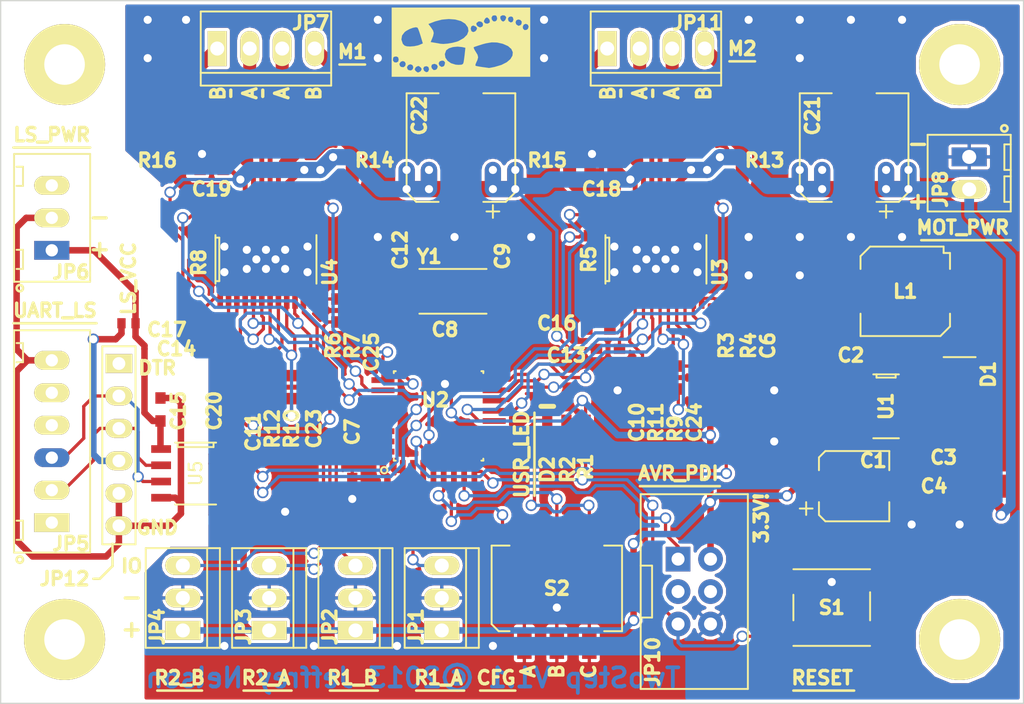
<source format=kicad_pcb>
(kicad_pcb (version 3) (host pcbnew "(2013-mar-13)-testing")
  (title_block (title TwoStep) (date "20 Nov 2013") (rev 1.1) (company "Jeffrey Nelson - Macpod LLC") (comment 1 "All Trademark Rights Reserved") (comment 2 "Creative Commons Attribution-ShareAlike 4.0 International License"))
  (layers (15 F.Cu signal) (0 B.Cu signal hide) (19 F.Paste user) (20 B.SilkS user) (21 F.SilkS user) (22 B.Mask user) (23 F.Mask user) (28 Edge.Cuts user))
  (net 0 "")
  (net 1 +3.3V)
  (net 2 /CFG_0)
  (net 3 /CFG_1)
  (net 4 /CFG_2)
  (net 5 /DAC_0)
  (net 6 /DAC_1)
  (net 7 /DIR_1)
  (net 8 /DIR_2)
  (net 9 /ENABLE_1)
  (net 10 /ENABLE_2)
  (net 11 /LS_RXI)
  (net 12 /LS_TXO)
  (net 13 /MS1_1)
  (net 14 /MS1_2)
  (net 15 /MS2_1)
  (net 16 /MS2_2)
  (net 17 /OUT1A_1)
  (net 18 /OUT1A_2)
  (net 19 /OUT1B_1)
  (net 20 /OUT1B_2)
  (net 21 /OUT2A_1)
  (net 22 /OUT2A_2)
  (net 23 /OUT2B_1)
  (net 24 /OUT2B_2)
  (net 25 /PDI_CLK)
  (net 26 /PDI_DATA)
  (net 27 /R1_A)
  (net 28 /R1_B)
  (net 29 /R2_A)
  (net 30 /R2_B)
  (net 31 /REF_1)
  (net 32 /REF_2)
  (net 33 /STEP_1)
  (net 34 /STEP_2)
  (net 35 /TS_RXI)
  (net 36 /TS_TXO)
  (net 37 /USR_LED)
  (net 38 GND)
  (net 39 LS_GND)
  (net 40 LS_VCC)
  (net 41 MOT_VCC)
  (net 42 N-000001)
  (net 43 N-0000010)
  (net 44 N-0000011)
  (net 45 N-0000012)
  (net 46 N-0000013)
  (net 47 N-0000014)
  (net 48 N-0000015)
  (net 49 N-0000016)
  (net 50 N-0000017)
  (net 51 N-0000019)
  (net 52 N-0000020)
  (net 53 N-0000021)
  (net 54 N-0000022)
  (net 55 N-0000023)
  (net 56 N-0000024)
  (net 57 N-0000025)
  (net 58 N-0000027)
  (net 59 N-0000028)
  (net 60 N-0000029)
  (net 61 N-0000030)
  (net 62 N-0000031)
  (net 63 N-0000038)
  (net 64 N-0000039)
  (net 65 N-0000046)
  (net 66 N-000005)
  (net 67 N-0000054)
  (net 68 N-0000056)
  (net 69 N-0000057)
  (net 70 N-000006)
  (net 71 N-0000064)
  (net 72 N-000007)
  (net 73 N-0000071)
  (net 74 N-0000072)
  (net 75 N-0000074)
  (net 76 N-0000075)
  (net 77 N-0000076)
  (net 78 N-000008)
  (net 79 N-000009)
  (module UUD1V100MCL1GS (layer F.Cu) (at 154.25 100.5)
    (fp_text reference C1 (at 1.5 -2) (layer F.SilkS) (effects (font (size 1.04902 1.04902) (thickness 0.26162))))
    (fp_text value 10uF hide)
    (pad 1 smd rect (at -2.2 0) (size 3 1.6) (layers F.Cu F.Paste F.Mask) (net 1 +3.3V))
    (pad 2 smd rect (at 2.2 0) (size 3 1.6) (layers F.Cu F.Paste F.Mask) (net 38 GND))
  )
  (module 0603 (layer F.Cu) (at 156.75 90.25 180)
    (fp_text reference C2 (at 2.75 0 180) (layer F.SilkS) (effects (font (size 1.04902 1.04902) (thickness 0.26162))))
    (fp_text value 10000pF hide)
    (pad 1 smd rect (at -0.89916 0 180) (size 0.89916 0.8001) (layers F.Cu F.Paste F.Mask) (net 47 N-0000014))
    (pad 2 smd rect (at 0.89916 0 180) (size 0.89916 0.8001) (layers F.Cu F.Paste F.Mask) (net 48 N-0000015))
  )
  (module 0603 (layer F.Cu) (at 164 98.25)
    (fp_text reference C3 (at -2.75 0) (layer F.SilkS) (effects (font (size 1.04902 1.04902) (thickness 0.26162))))
    (fp_text value 0.1uF hide)
    (pad 1 smd rect (at -0.89916 0) (size 0.89916 0.8001) (layers F.Cu F.Paste F.Mask) (net 38 GND))
    (pad 2 smd rect (at 0.89916 0) (size 0.89916 0.8001) (layers F.Cu F.Paste F.Mask) (net 41 MOT_VCC))
  )
  (module 1206 (layer F.Cu) (at 164 100.5)
    (fp_text reference C4 (at -3.5 0) (layer F.SilkS) (effects (font (size 1.04902 1.04902) (thickness 0.26162))))
    (fp_text value 1uF hide)
    (pad 1 smd rect (at -1.4 0) (size 1.6 1.8) (layers F.Cu F.Paste F.Mask) (net 38 GND))
    (pad 2 smd rect (at 1.4 0) (size 1.6 1.8) (layers F.Cu F.Paste F.Mask) (net 41 MOT_VCC))
  )
  (module 0603 (layer F.Cu) (at 115 99 90)
    (fp_text reference C7 (at 2.75 0 90) (layer F.SilkS) (effects (font (size 1.04902 1.04902) (thickness 0.26162))))
    (fp_text value 0.1uF hide)
    (pad 1 smd rect (at -0.89916 0 90) (size 0.89916 0.8001) (layers F.Cu F.Paste F.Mask) (net 38 GND))
    (pad 2 smd rect (at 0.89916 0 90) (size 0.89916 0.8001) (layers F.Cu F.Paste F.Mask) (net 1 +3.3V))
  )
  (module 0603 (layer F.Cu) (at 125 88.25)
    (fp_text reference C8 (at -2.75 0) (layer F.SilkS) (effects (font (size 1.04902 1.04902) (thickness 0.26162))))
    (fp_text value 0.1uF hide)
    (pad 1 smd rect (at -0.89916 0) (size 0.89916 0.8001) (layers F.Cu F.Paste F.Mask) (net 38 GND))
    (pad 2 smd rect (at 0.89916 0) (size 0.89916 0.8001) (layers F.Cu F.Paste F.Mask) (net 1 +3.3V))
  )
  (module 0603 (layer F.Cu) (at 126.75 85.25 270)
    (fp_text reference C9 (at -2.75 0 270) (layer F.SilkS) (effects (font (size 1.04902 1.04902) (thickness 0.26162))))
    (fp_text value 15pF hide)
    (pad 1 smd rect (at -0.89916 0 270) (size 0.89916 0.8001) (layers F.Cu F.Paste F.Mask) (net 38 GND))
    (pad 2 smd rect (at 0.89916 0 270) (size 0.89916 0.8001) (layers F.Cu F.Paste F.Mask) (net 42 N-000001))
  )
  (module 0603 (layer F.Cu) (at 137.7 92 90)
    (fp_text reference C10 (at -3.5 -0.45 90) (layer F.SilkS) (effects (font (size 1.04902 1.04902) (thickness 0.26162))))
    (fp_text value 0.22uF hide)
    (pad 1 smd rect (at -0.89916 0 90) (size 0.89916 0.8001) (layers F.Cu F.Paste F.Mask) (net 38 GND))
    (pad 2 smd rect (at 0.89916 0 90) (size 0.89916 0.8001) (layers F.Cu F.Paste F.Mask) (net 66 N-000005))
  )
  (module 0603 (layer F.Cu) (at 107.25 92.75 90)
    (fp_text reference C11 (at -3.5 0 90) (layer F.SilkS) (effects (font (size 1.04902 1.04902) (thickness 0.26162))))
    (fp_text value 0.22uF hide)
    (pad 1 smd rect (at -0.89916 0 90) (size 0.89916 0.8001) (layers F.Cu F.Paste F.Mask) (net 38 GND))
    (pad 2 smd rect (at 0.89916 0 90) (size 0.89916 0.8001) (layers F.Cu F.Paste F.Mask) (net 60 N-0000029))
  )
  (module 0603 (layer F.Cu) (at 118.75 85.25 270)
    (fp_text reference C12 (at -3.25 0 270) (layer F.SilkS) (effects (font (size 1.04902 1.04902) (thickness 0.26162))))
    (fp_text value 15pF hide)
    (pad 1 smd rect (at -0.89916 0 270) (size 0.89916 0.8001) (layers F.Cu F.Paste F.Mask) (net 38 GND))
    (pad 2 smd rect (at 0.89916 0 270) (size 0.89916 0.8001) (layers F.Cu F.Paste F.Mask) (net 46 N-0000013))
  )
  (module 0603 (layer F.Cu) (at 135 89.75 180)
    (fp_text reference C13 (at 3.25 -0.5 180) (layer F.SilkS) (effects (font (size 1.04902 1.04902) (thickness 0.26162))))
    (fp_text value 0.1uF hide)
    (pad 1 smd rect (at -0.89916 0 180) (size 0.89916 0.8001) (layers F.Cu F.Paste F.Mask) (net 70 N-000006))
    (pad 2 smd rect (at 0.89916 0 180) (size 0.89916 0.8001) (layers F.Cu F.Paste F.Mask) (net 41 MOT_VCC))
  )
  (module 0603 (layer F.Cu) (at 104.5 89.75 180)
    (fp_text reference C14 (at 3.25 0 180) (layer F.SilkS) (effects (font (size 1.04902 1.04902) (thickness 0.26162))))
    (fp_text value 0.1uF hide)
    (pad 1 smd rect (at -0.89916 0 180) (size 0.89916 0.8001) (layers F.Cu F.Paste F.Mask) (net 54 N-0000022))
    (pad 2 smd rect (at 0.89916 0 180) (size 0.89916 0.8001) (layers F.Cu F.Paste F.Mask) (net 41 MOT_VCC))
  )
  (module 0603 (layer F.Cu) (at 100 94.5 270)
    (fp_text reference C15 (at 0.1 -1.4 270) (layer F.SilkS) (effects (font (size 1.04902 1.04902) (thickness 0.26162))))
    (fp_text value 0.1uF hide)
    (pad 1 smd rect (at -0.89916 0 270) (size 0.89916 0.8001) (layers F.Cu F.Paste F.Mask) (net 39 LS_GND))
    (pad 2 smd rect (at 0.89916 0 270) (size 0.89916 0.8001) (layers F.Cu F.Paste F.Mask) (net 40 LS_VCC))
  )
  (module 0603 (layer F.Cu) (at 134.25 88.25 180)
    (fp_text reference C16 (at 3.25 0.5 180) (layer F.SilkS) (effects (font (size 1.04902 1.04902) (thickness 0.26162))))
    (fp_text value 0.1uF hide)
    (pad 1 smd rect (at -0.89916 0 180) (size 0.89916 0.8001) (layers F.Cu F.Paste F.Mask) (net 78 N-000008))
    (pad 2 smd rect (at 0.89916 0 180) (size 0.89916 0.8001) (layers F.Cu F.Paste F.Mask) (net 79 N-000009))
  )
  (module 0603 (layer F.Cu) (at 103.75 88.25 180)
    (fp_text reference C17 (at 3.25 0 180) (layer F.SilkS) (effects (font (size 1.04902 1.04902) (thickness 0.26162))))
    (fp_text value 0.1uF hide)
    (pad 1 smd rect (at -0.89916 0 180) (size 0.89916 0.8001) (layers F.Cu F.Paste F.Mask) (net 61 N-0000030))
    (pad 2 smd rect (at 0.89916 0 180) (size 0.89916 0.8001) (layers F.Cu F.Paste F.Mask) (net 62 N-0000031))
  )
  (module 0603 (layer F.Cu) (at 134.5 75.75)
    (fp_text reference C18 (at 0 1.5) (layer F.SilkS) (effects (font (size 1.04902 1.04902) (thickness 0.26162))))
    (fp_text value 0.1uF hide)
    (pad 1 smd rect (at -0.89916 0) (size 0.89916 0.8001) (layers F.Cu F.Paste F.Mask) (net 38 GND))
    (pad 2 smd rect (at 0.89916 0) (size 0.89916 0.8001) (layers F.Cu F.Paste F.Mask) (net 41 MOT_VCC))
  )
  (module 0603 (layer F.Cu) (at 104 75.75)
    (fp_text reference C19 (at 0 1.5) (layer F.SilkS) (effects (font (size 1.04902 1.04902) (thickness 0.26162))))
    (fp_text value 0.1uF hide)
    (pad 1 smd rect (at -0.89916 0) (size 0.89916 0.8001) (layers F.Cu F.Paste F.Mask) (net 38 GND))
    (pad 2 smd rect (at 0.89916 0) (size 0.89916 0.8001) (layers F.Cu F.Paste F.Mask) (net 41 MOT_VCC))
  )
  (module 0603 (layer F.Cu) (at 105.5 94.5 270)
    (fp_text reference C20 (at 0.1 1.3 270) (layer F.SilkS) (effects (font (size 1.04902 1.04902) (thickness 0.26162))))
    (fp_text value 0.1uF hide)
    (pad 1 smd rect (at -0.89916 0 270) (size 0.89916 0.8001) (layers F.Cu F.Paste F.Mask) (net 38 GND))
    (pad 2 smd rect (at 0.89916 0 270) (size 0.89916 0.8001) (layers F.Cu F.Paste F.Mask) (net 1 +3.3V))
  )
  (module UCW1H101MNL1GS (layer F.Cu) (at 154.25 74 90)
    (fp_text reference C21 (at 2.5 -3.25 90) (layer F.SilkS) (effects (font (size 1.04902 1.04902) (thickness 0.26162))))
    (fp_text value 100uF hide)
    (pad 1 smd rect (at -3.25 0 90) (size 3.5 2.5) (layers F.Cu F.Paste F.Mask) (net 41 MOT_VCC))
    (pad 2 smd rect (at 3.25 0 90) (size 3.5 2.5) (layers F.Cu F.Paste F.Mask) (net 38 GND))
  )
  (module UCW1H101MNL1GS (layer F.Cu) (at 123.5 74 90)
    (fp_text reference C22 (at 2.5 -3.25 90) (layer F.SilkS) (effects (font (size 1.04902 1.04902) (thickness 0.26162))))
    (fp_text value 100uF hide)
    (pad 1 smd rect (at -3.25 0 90) (size 3.5 2.5) (layers F.Cu F.Paste F.Mask) (net 41 MOT_VCC))
    (pad 2 smd rect (at 3.25 0 90) (size 3.5 2.5) (layers F.Cu F.Paste F.Mask) (net 38 GND))
  )
  (module B160-13-F (layer F.Cu) (at 162.5 93.65 90)
    (fp_text reference D1 (at 1.9 2.25 90) (layer F.SilkS) (effects (font (size 1.04902 1.04902) (thickness 0.26162))))
    (fp_text value B160-13-F hide)
    (pad 1 smd rect (at -2 0) (size 2.5 1.7) (layers F.Cu F.Paste F.Mask) (net 38 GND))
    (pad 2 smd rect (at 2 0) (size 2.5 1.7) (layers F.Cu F.Paste F.Mask) (net 47 N-0000014))
  )
  (module LED_0603 (layer F.Cu) (at 130.25 96.25 90)
    (fp_text reference D2 (at -2.95 0 90) (layer F.SilkS) (effects (font (size 1.04902 1.04902) (thickness 0.26162))))
    (fp_text value USR_LED (at -1.75 -2 90) (layer F.SilkS) (effects (font (size 1.04902 1.04902) (thickness 0.26162))))
    (pad 1 smd rect (at -0.89916 0 90) (size 0.89916 0.8001) (layers F.Cu F.Paste F.Mask) (net 59 N-0000028))
    (pad 2 smd rect (at 0.89916 0 90) (size 0.89916 0.8001) (layers F.Cu F.Paste F.Mask) (net 37 /USR_LED))
  )
  (module JST-XH-3 (layer F.Cu) (at 91.5 79.5 90)
    (fp_text reference JP6 (at -4.25 1.5 360) (layer F.SilkS) (effects (font (size 1.04902 1.04902) (thickness 0.26162))))
    (fp_text value LS_PWR (at 6.5 0 180) (layer F.SilkS) (effects (font (size 1.04902 1.04902) (thickness 0.26162))))
    (pad 1 thru_hole rect (at -2.54 0 90) (size 1.4732 2.7432) (drill 0.9652) (layers *.Cu *.Mask) (net 40 LS_VCC))
    (pad 2 thru_hole oval (at 0 0 90) (size 1.4732 2.7432) (drill 0.9652) (layers *.Cu *.Mask F.SilkS) (net 39 LS_GND))
    (pad 3 thru_hole oval (at 2.54 0 90) (size 1.4732 2.7432) (drill 0.9652) (layers *.Cu *.Mask F.SilkS) (net 64 N-0000039))
  )
  (module 4-40MountHole (layer F.Cu) (at 92.5 112.5 90)
    (fp_text reference MP1 hide)
    (fp_text value STANDOFF hide)
    (pad 1 thru_hole circle (at 0 0 90) (size 6.33984 6.33984) (drill 3.175) (layers *.Cu *.Mask F.SilkS) (net 69 N-0000057))
  )
  (module 4-40MountHole (layer F.Cu) (at 162.5 112.5 90)
    (fp_text reference MP2 hide)
    (fp_text value STANDOFF hide)
    (pad 1 thru_hole circle (at 0 0 90) (size 6.33984 6.33984) (drill 3.175) (layers *.Cu *.Mask F.SilkS) (net 65 N-0000046))
  )
  (module 4-40MountHole (layer F.Cu) (at 162.5 67.5 90)
    (fp_text reference MP3 hide)
    (fp_text value STANDOFF hide)
    (pad 1 thru_hole circle (at 0 0 90) (size 6.33984 6.33984) (drill 3.175) (layers *.Cu *.Mask F.SilkS) (net 68 N-0000056))
  )
  (module 4-40MountHole (layer F.Cu) (at 92.5 67.5 90)
    (fp_text reference MP4 hide)
    (fp_text value STANDOFF hide)
    (pad 1 thru_hole circle (at 0 0 90) (size 6.33984 6.33984) (drill 3.175) (layers *.Cu *.Mask F.SilkS) (net 67 N-0000054))
  )
  (module 0603 (layer F.Cu) (at 133.25 96.25 90)
    (fp_text reference R1 (at -2.75 0 90) (layer F.SilkS) (effects (font (size 1.04902 1.04902) (thickness 0.26162))))
    (fp_text value 10K hide)
    (pad 1 smd rect (at -0.89916 0 90) (size 0.89916 0.8001) (layers F.Cu F.Paste F.Mask) (net 25 /PDI_CLK))
    (pad 2 smd rect (at 0.89916 0 90) (size 0.89916 0.8001) (layers F.Cu F.Paste F.Mask) (net 1 +3.3V))
  )
  (module 0603 (layer F.Cu) (at 131.75 96.25 90)
    (fp_text reference R2 (at -2.95 0.1 90) (layer F.SilkS) (effects (font (size 1.04902 1.04902) (thickness 0.26162))))
    (fp_text value 1K hide)
    (pad 1 smd rect (at -0.89916 0 90) (size 0.89916 0.8001) (layers F.Cu F.Paste F.Mask) (net 59 N-0000028))
    (pad 2 smd rect (at 0.89916 0 90) (size 0.89916 0.8001) (layers F.Cu F.Paste F.Mask) (net 1 +3.3V))
  )
  (module 0603 (layer F.Cu) (at 144.25 86.75 270)
    (fp_text reference R3 (at 2.75 0 270) (layer F.SilkS) (effects (font (size 1.04902 1.04902) (thickness 0.26162))))
    (fp_text value 10K hide)
    (pad 1 smd rect (at -0.89916 0 270) (size 0.89916 0.8001) (layers F.Cu F.Paste F.Mask) (net 32 /REF_2))
    (pad 2 smd rect (at 0.89916 0 270) (size 0.89916 0.8001) (layers F.Cu F.Paste F.Mask) (net 6 /DAC_1))
  )
  (module 0603 (layer F.Cu) (at 145.75 86.75 90)
    (fp_text reference R4 (at -2.75 0.25 90) (layer F.SilkS) (effects (font (size 1.04902 1.04902) (thickness 0.26162))))
    (fp_text value 10K hide)
    (pad 1 smd rect (at -0.89916 0 90) (size 0.89916 0.8001) (layers F.Cu F.Paste F.Mask) (net 38 GND))
    (pad 2 smd rect (at 0.89916 0 90) (size 0.89916 0.8001) (layers F.Cu F.Paste F.Mask) (net 32 /REF_2))
  )
  (module 0603 (layer F.Cu) (at 133.5 80 270)
    (fp_text reference R5 (at 2.75 0 270) (layer F.SilkS) (effects (font (size 1.04902 1.04902) (thickness 0.26162))))
    (fp_text value 10K hide)
    (pad 1 smd rect (at -0.89916 0 270) (size 0.89916 0.8001) (layers F.Cu F.Paste F.Mask) (net 10 /ENABLE_2))
    (pad 2 smd rect (at 0.89916 0 270) (size 0.89916 0.8001) (layers F.Cu F.Paste F.Mask) (net 1 +3.3V))
  )
  (module 0603 (layer F.Cu) (at 113.75 86.75 270)
    (fp_text reference R6 (at 2.75 0.25 270) (layer F.SilkS) (effects (font (size 1.04902 1.04902) (thickness 0.26162))))
    (fp_text value 10K hide)
    (pad 1 smd rect (at -0.89916 0 270) (size 0.89916 0.8001) (layers F.Cu F.Paste F.Mask) (net 31 /REF_1))
    (pad 2 smd rect (at 0.89916 0 270) (size 0.89916 0.8001) (layers F.Cu F.Paste F.Mask) (net 5 /DAC_0))
  )
  (module 0603 (layer F.Cu) (at 115.25 86.75 90)
    (fp_text reference R7 (at -2.75 -0.25 90) (layer F.SilkS) (effects (font (size 1.04902 1.04902) (thickness 0.26162))))
    (fp_text value 10K hide)
    (pad 1 smd rect (at -0.89916 0 90) (size 0.89916 0.8001) (layers F.Cu F.Paste F.Mask) (net 38 GND))
    (pad 2 smd rect (at 0.89916 0 90) (size 0.89916 0.8001) (layers F.Cu F.Paste F.Mask) (net 31 /REF_1))
  )
  (module 0603 (layer F.Cu) (at 103 80.25 270)
    (fp_text reference R8 (at 2.75 0 270) (layer F.SilkS) (effects (font (size 1.04902 1.04902) (thickness 0.26162))))
    (fp_text value 10K hide)
    (pad 1 smd rect (at -0.89916 0 270) (size 0.89916 0.8001) (layers F.Cu F.Paste F.Mask) (net 9 /ENABLE_1))
    (pad 2 smd rect (at 0.89916 0 270) (size 0.89916 0.8001) (layers F.Cu F.Paste F.Mask) (net 1 +3.3V))
  )
  (module 0603 (layer F.Cu) (at 140.5 92 90)
    (fp_text reference R9 (at -4 -0.25 90) (layer F.SilkS) (effects (font (size 1.04902 1.04902) (thickness 0.26162))))
    (fp_text value 10K hide)
    (pad 1 smd rect (at -0.89916 0 90) (size 0.89916 0.8001) (layers F.Cu F.Paste F.Mask) (net 72 N-000007))
    (pad 2 smd rect (at 0.89916 0 90) (size 0.89916 0.8001) (layers F.Cu F.Paste F.Mask) (net 1 +3.3V))
  )
  (module 0603 (layer F.Cu) (at 110.25 92.75 90)
    (fp_text reference R10 (at -3.25 0 90) (layer F.SilkS) (effects (font (size 1.04902 1.04902) (thickness 0.26162))))
    (fp_text value 10K hide)
    (pad 1 smd rect (at -0.89916 0 90) (size 0.89916 0.8001) (layers F.Cu F.Paste F.Mask) (net 57 N-0000025))
    (pad 2 smd rect (at 0.89916 0 90) (size 0.89916 0.8001) (layers F.Cu F.Paste F.Mask) (net 1 +3.3V))
  )
  (module 0603 (layer F.Cu) (at 139.1 92 90)
    (fp_text reference R11 (at -3.5 -0.35 90) (layer F.SilkS) (effects (font (size 1.04902 1.04902) (thickness 0.26162))))
    (fp_text value 10K hide)
    (pad 1 smd rect (at -0.89916 0 90) (size 0.89916 0.8001) (layers F.Cu F.Paste F.Mask) (net 38 GND))
    (pad 2 smd rect (at 0.89916 0 90) (size 0.89916 0.8001) (layers F.Cu F.Paste F.Mask) (net 44 N-0000011))
  )
  (module 0603 (layer F.Cu) (at 108.75 92.75 90)
    (fp_text reference R12 (at -3.25 0 90) (layer F.SilkS) (effects (font (size 1.04902 1.04902) (thickness 0.26162))))
    (fp_text value 10K hide)
    (pad 1 smd rect (at -0.89916 0 90) (size 0.89916 0.8001) (layers F.Cu F.Paste F.Mask) (net 38 GND))
    (pad 2 smd rect (at 0.89916 0 90) (size 0.89916 0.8001) (layers F.Cu F.Paste F.Mask) (net 56 N-0000024))
  )
  (module 2512 (layer F.Cu) (at 145 72.25 180)
    (fp_text reference R13 (at -2.25 -2.75 180) (layer F.SilkS) (effects (font (size 1.04902 1.04902) (thickness 0.26162))))
    (fp_text value 0.05 hide)
    (pad 1 smd rect (at -2.8 0 180) (size 1.8 3.2) (layers F.Cu F.Paste F.Mask) (net 38 GND))
    (pad 2 smd rect (at 2.8 0 180) (size 1.8 3.2) (layers F.Cu F.Paste F.Mask) (net 43 N-0000010))
  )
  (module 2512 (layer F.Cu) (at 114.5 72.25 180)
    (fp_text reference R14 (at -2.25 -2.75 180) (layer F.SilkS) (effects (font (size 1.04902 1.04902) (thickness 0.26162))))
    (fp_text value 0.05 hide)
    (pad 1 smd rect (at -2.8 0 180) (size 1.8 3.2) (layers F.Cu F.Paste F.Mask) (net 38 GND))
    (pad 2 smd rect (at 2.8 0 180) (size 1.8 3.2) (layers F.Cu F.Paste F.Mask) (net 53 N-0000021))
  )
  (module 2512 (layer F.Cu) (at 132.5 72.25)
    (fp_text reference R15 (at -2.25 2.75) (layer F.SilkS) (effects (font (size 1.04902 1.04902) (thickness 0.26162))))
    (fp_text value 0.05 hide)
    (pad 1 smd rect (at -2.8 0) (size 1.8 3.2) (layers F.Cu F.Paste F.Mask) (net 38 GND))
    (pad 2 smd rect (at 2.8 0) (size 1.8 3.2) (layers F.Cu F.Paste F.Mask) (net 45 N-0000012))
  )
  (module 2512 (layer F.Cu) (at 102 72.25)
    (fp_text reference R16 (at -2.25 2.75) (layer F.SilkS) (effects (font (size 1.04902 1.04902) (thickness 0.26162))))
    (fp_text value 0.05 hide)
    (pad 1 smd rect (at -2.8 0) (size 1.8 3.2) (layers F.Cu F.Paste F.Mask) (net 38 GND))
    (pad 2 smd rect (at 2.8 0) (size 1.8 3.2) (layers F.Cu F.Paste F.Mask) (net 58 N-0000027))
  )
  (module 219-3MST (layer F.Cu) (at 131 108.5)
    (fp_text reference S2 (at 0 0) (layer F.SilkS) (effects (font (size 1.04902 1.04902) (thickness 0.26162))))
    (fp_text value CFG (at -4.75 7) (layer F.SilkS) (effects (font (size 1.04902 1.04902) (thickness 0.26162))))
    (pad 1 smd rect (at -2.54 4.3) (size 1.13 2.44) (layers F.Cu F.Paste F.Mask) (net 38 GND))
    (pad 2 smd rect (at 0 4.3) (size 1.13 2.44) (layers F.Cu F.Paste F.Mask) (net 38 GND))
    (pad 3 smd rect (at 2.54 4.3) (size 1.13 2.44) (layers F.Cu F.Paste F.Mask) (net 38 GND))
    (pad 4 smd rect (at 2.54 -4.3) (size 1.13 2.44) (layers F.Cu F.Paste F.Mask) (net 4 /CFG_2))
    (pad 5 smd rect (at 0 -4.3) (size 1.13 2.44) (layers F.Cu F.Paste F.Mask) (net 3 /CFG_1))
    (pad 6 smd rect (at -2.54 -4.3) (size 1.13 2.44) (layers F.Cu F.Paste F.Mask) (net 2 /CFG_0))
  )
  (module LM2674MX-3.3 (layer F.Cu) (at 156.75 94.25 270)
    (fp_text reference U1 (at 0 0 270) (layer F.SilkS) (effects (font (size 1.04902 1.04902) (thickness 0.26162))))
    (fp_text value LM2674MX-3.3 hide)
    (pad 1 smd rect (at -1.905 2.4 270) (size 0.6 2) (layers F.Cu F.Paste F.Mask) (net 48 N-0000015))
    (pad 2 smd rect (at -0.635 2.4 270) (size 0.6 2) (layers F.Cu F.Paste F.Mask) (net 38 GND))
    (pad 3 smd rect (at 0.635 2.4 270) (size 0.6 2) (layers F.Cu F.Paste F.Mask) (net 38 GND))
    (pad 4 smd rect (at 1.905 2.4 270) (size 0.6 2) (layers F.Cu F.Paste F.Mask) (net 1 +3.3V))
    (pad 5 smd rect (at 1.905 -2.4 270) (size 0.6 2) (layers F.Cu F.Paste F.Mask) (net 75 N-0000074))
    (pad 6 smd rect (at 0.635 -2.4 270) (size 0.6 2) (layers F.Cu F.Paste F.Mask) (net 38 GND))
    (pad 7 smd rect (at -0.635 -2.4 270) (size 0.6 2) (layers F.Cu F.Paste F.Mask) (net 41 MOT_VCC))
    (pad 8 smd rect (at -1.905 -2.4 270) (size 0.6 2) (layers F.Cu F.Paste F.Mask) (net 47 N-0000014))
  )
  (module ATXMEGA16E5-AU (layer F.Cu) (at 121.75 95)
    (fp_text reference U2 (at -0.25 -1.25) (layer F.SilkS) (effects (font (size 1.04902 1.04902) (thickness 0.26162))))
    (fp_text value ATXMEGA16E5-AU hide)
    (pad 1 smd rect (at -2.8 4.35 90) (size 1.8 0.45) (layers F.Cu F.Paste F.Mask) (net 38 GND))
    (pad 2 smd rect (at -2 4.35 90) (size 1.8 0.45) (layers F.Cu F.Paste F.Mask) (net 27 /R1_A))
    (pad 3 smd rect (at -1.2 4.35 90) (size 1.8 0.45) (layers F.Cu F.Paste F.Mask) (net 6 /DAC_1))
    (pad 4 smd rect (at -0.4 4.35 90) (size 1.8 0.45) (layers F.Cu F.Paste F.Mask) (net 5 /DAC_0))
    (pad 5 smd rect (at 0.4 4.35 90) (size 1.8 0.45) (layers F.Cu F.Paste F.Mask) (net 3 /CFG_1))
    (pad 6 smd rect (at 1.2 4.35 90) (size 1.8 0.45) (layers F.Cu F.Paste F.Mask) (net 2 /CFG_0))
    (pad 7 smd rect (at 2 4.35 90) (size 1.8 0.45) (layers F.Cu F.Paste F.Mask) (net 26 /PDI_DATA))
    (pad 8 smd rect (at 2.8 4.35 90) (size 1.8 0.45) (layers F.Cu F.Paste F.Mask) (net 25 /PDI_CLK))
    (pad 9 smd rect (at 4.35 2.8 180) (size 1.8 0.45) (layers F.Cu F.Paste F.Mask) (net 50 N-0000017))
    (pad 10 smd rect (at 4.35 2 180) (size 1.8 0.45) (layers F.Cu F.Paste F.Mask) (net 4 /CFG_2))
    (pad 11 smd rect (at 4.35 1.2 180) (size 1.8 0.45) (layers F.Cu F.Paste F.Mask) (net 37 /USR_LED))
    (pad 12 smd rect (at 4.35 0.4 180) (size 1.8 0.45) (layers F.Cu F.Paste F.Mask) (net 10 /ENABLE_2))
    (pad 13 smd rect (at 4.35 -0.4 180) (size 1.8 0.45) (layers F.Cu F.Paste F.Mask) (net 8 /DIR_2))
    (pad 14 smd rect (at 4.35 -1.2 180) (size 1.8 0.45) (layers F.Cu F.Paste F.Mask) (net 16 /MS2_2))
    (pad 15 smd rect (at 4.35 -2 180) (size 1.8 0.45) (layers F.Cu F.Paste F.Mask) (net 14 /MS1_2))
    (pad 16 smd rect (at 4.35 -2.8 180) (size 1.8 0.45) (layers F.Cu F.Paste F.Mask) (net 34 /STEP_2))
    (pad 17 smd rect (at 2.8 -4.35 270) (size 1.8 0.45) (layers F.Cu F.Paste F.Mask) (net 1 +3.3V))
    (pad 18 smd rect (at 2 -4.35 270) (size 1.8 0.45) (layers F.Cu F.Paste F.Mask) (net 38 GND))
    (pad 19 smd rect (at 1.2 -4.35 270) (size 1.8 0.45) (layers F.Cu F.Paste F.Mask) (net 42 N-000001))
    (pad 20 smd rect (at 0.4 -4.35 270) (size 1.8 0.45) (layers F.Cu F.Paste F.Mask) (net 46 N-0000013))
    (pad 21 smd rect (at -0.4 -4.35 270) (size 1.8 0.45) (layers F.Cu F.Paste F.Mask) (net 36 /TS_TXO))
    (pad 22 smd rect (at -1.2 -4.35 270) (size 1.8 0.45) (layers F.Cu F.Paste F.Mask) (net 35 /TS_RXI))
    (pad 23 smd rect (at -2 -4.35 270) (size 1.8 0.45) (layers F.Cu F.Paste F.Mask) (net 49 N-0000016))
    (pad 24 smd rect (at -2.8 -4.35 270) (size 1.8 0.45) (layers F.Cu F.Paste F.Mask) (net 9 /ENABLE_1))
    (pad 25 smd rect (at -4.35 -2.8) (size 1.8 0.45) (layers F.Cu F.Paste F.Mask) (net 7 /DIR_1))
    (pad 26 smd rect (at -4.35 -2) (size 1.8 0.45) (layers F.Cu F.Paste F.Mask) (net 15 /MS2_1))
    (pad 27 smd rect (at -4.35 -1.2) (size 1.8 0.45) (layers F.Cu F.Paste F.Mask) (net 13 /MS1_1))
    (pad 28 smd rect (at -4.35 -0.4) (size 1.8 0.45) (layers F.Cu F.Paste F.Mask) (net 33 /STEP_1))
    (pad 29 smd rect (at -4.35 0.4) (size 1.8 0.45) (layers F.Cu F.Paste F.Mask) (net 30 /R2_B))
    (pad 30 smd rect (at -4.35 1.2) (size 1.8 0.45) (layers F.Cu F.Paste F.Mask) (net 29 /R2_A))
    (pad 31 smd rect (at -4.35 2) (size 1.8 0.45) (layers F.Cu F.Paste F.Mask) (net 28 /R1_B))
    (pad 32 smd rect (at -4.35 2.8) (size 1.8 0.45) (layers F.Cu F.Paste F.Mask) (net 1 +3.3V))
  )
  (module 7A-16.000MAHE-T (layer F.Cu) (at 122.75 85.25 180)
    (fp_text reference Y1 (at 1.724 2.722 360) (layer F.SilkS) (effects (font (size 1.04902 1.04902) (thickness 0.26162))))
    (fp_text value 16Mhz hide)
    (pad 1 smd rect (at -1.85 0 180) (size 1.7 2.4) (layers F.Cu F.Paste F.Mask) (net 42 N-000001))
    (pad 2 smd rect (at 1.85 0 180) (size 1.7 2.4) (layers F.Cu F.Paste F.Mask) (net 46 N-0000013))
  )
  (module 282834-2 (layer F.Cu) (at 163.25 76 270)
    (fp_text reference JP8 (at 1.25 2.25 270) (layer F.SilkS) (effects (font (size 1.04902 1.04902) (thickness 0.26162))))
    (fp_text value MOT_PWR (at 4.25 0.5 360) (layer F.SilkS) (effects (font (size 1.04902 1.04902) (thickness 0.26162))))
    (pad 1 thru_hole rect (at -1.27 0 270) (size 1.4732 2.7432) (drill 1.1) (layers *.Cu *.Mask) (net 38 GND))
    (pad 2 thru_hole oval (at 1.27 0 270) (size 1.4732 2.7432) (drill 1.1) (layers *.Cu *.Mask F.SilkS) (net 41 MOT_VCC))
  )
  (module 0603 (layer F.Cu) (at 111.75 92.75 90)
    (fp_text reference C23 (at -3.25 0.25 90) (layer F.SilkS) (effects (font (size 1.04902 1.04902) (thickness 0.26162))))
    (fp_text value 0.1uF hide)
    (pad 1 smd rect (at -0.89916 0 90) (size 0.89916 0.8001) (layers F.Cu F.Paste F.Mask) (net 38 GND))
    (pad 2 smd rect (at 0.89916 0 90) (size 0.89916 0.8001) (layers F.Cu F.Paste F.Mask) (net 1 +3.3V))
  )
  (module 0603 (layer F.Cu) (at 141.9 92 90)
    (fp_text reference C24 (at -3.5 -0.15 90) (layer F.SilkS) (effects (font (size 1.04902 1.04902) (thickness 0.26162))))
    (fp_text value 0.1uF hide)
    (pad 1 smd rect (at -0.89916 0 90) (size 0.89916 0.8001) (layers F.Cu F.Paste F.Mask) (net 38 GND))
    (pad 2 smd rect (at 0.89916 0 90) (size 0.89916 0.8001) (layers F.Cu F.Paste F.Mask) (net 1 +3.3V))
  )
  (module A4982SLPTR-T (layer F.Cu) (at 138.75 82.75)
    (fp_text reference U3 (at 5 1 90) (layer F.SilkS) (effects (font (size 1.04902 1.04902) (thickness 0.26162))))
    (fp_text value A4982 hide)
    (pad 1 smd rect (at -3.575 3.05) (size 0.44 1.64) (layers F.Cu F.Paste F.Mask) (net 79 N-000009))
    (pad 2 smd rect (at -2.925 3.05) (size 0.44 1.64) (layers F.Cu F.Paste F.Mask) (net 78 N-000008))
    (pad 3 smd rect (at -2.275 3.05) (size 0.44 1.64) (layers F.Cu F.Paste F.Mask) (net 70 N-000006))
    (pad 4 smd rect (at -1.625 3.05) (size 0.44 1.64) (layers F.Cu F.Paste F.Mask) (net 66 N-000005))
    (pad 5 smd rect (at -0.975 3.05) (size 0.44 1.64) (layers F.Cu F.Paste F.Mask) (net 14 /MS1_2))
    (pad 6 smd rect (at -0.325 3.05) (size 0.44 1.64) (layers F.Cu F.Paste F.Mask) (net 16 /MS2_2))
    (pad 7 smd rect (at 0.325 3.05) (size 0.44 1.64) (layers F.Cu F.Paste F.Mask) (net 72 N-000007))
    (pad 8 smd rect (at 0.975 3.05) (size 0.44 1.64) (layers F.Cu F.Paste F.Mask) (net 44 N-0000011))
    (pad 9 smd rect (at 1.625 3.05) (size 0.44 1.64) (layers F.Cu F.Paste F.Mask) (net 72 N-000007))
    (pad 10 smd rect (at 2.275 3.05) (size 0.44 1.64) (layers F.Cu F.Paste F.Mask) (net 1 +3.3V))
    (pad 11 smd rect (at 2.925 3.05) (size 0.44 1.64) (layers F.Cu F.Paste F.Mask) (net 34 /STEP_2))
    (pad 12 smd rect (at 3.575 3.05) (size 0.44 1.64) (layers F.Cu F.Paste F.Mask) (net 32 /REF_2))
    (pad 13 smd rect (at 3.575 -3.05) (size 0.44 1.64) (layers F.Cu F.Paste F.Mask) (net 38 GND))
    (pad 14 smd rect (at 2.925 -3.05) (size 0.44 1.64) (layers F.Cu F.Paste F.Mask) (net 8 /DIR_2))
    (pad 15 smd rect (at 2.275 -3.05) (size 0.44 1.64) (layers F.Cu F.Paste F.Mask) (net 20 /OUT1B_2))
    (pad 16 smd rect (at 1.625 -3.05) (size 0.44 1.64) (layers F.Cu F.Paste F.Mask) (net 41 MOT_VCC))
    (pad 17 smd rect (at 0.975 -3.05) (size 0.44 1.64) (layers F.Cu F.Paste F.Mask) (net 43 N-0000010))
    (pad 18 smd rect (at 0.325 -3.05) (size 0.44 1.64) (layers F.Cu F.Paste F.Mask) (net 18 /OUT1A_2))
    (pad 19 smd rect (at -0.325 -3.05) (size 0.44 1.64) (layers F.Cu F.Paste F.Mask) (net 22 /OUT2A_2))
    (pad 20 smd rect (at -0.975 -3.05) (size 0.44 1.64) (layers F.Cu F.Paste F.Mask) (net 45 N-0000012))
    (pad 21 smd rect (at -1.625 -3.05) (size 0.44 1.64) (layers F.Cu F.Paste F.Mask) (net 41 MOT_VCC))
    (pad 22 smd rect (at -2.275 -3.05) (size 0.44 1.64) (layers F.Cu F.Paste F.Mask) (net 24 /OUT2B_2))
    (pad 23 smd rect (at -2.925 -3.05) (size 0.44 1.64) (layers F.Cu F.Paste F.Mask) (net 10 /ENABLE_2))
    (pad 24 smd rect (at -3.575 -3.05) (size 0.44 1.64) (layers F.Cu F.Paste F.Mask) (net 38 GND))
    (pad 25 smd rect (at 0 0) (size 4.32 3) (layers F.Cu F.Paste F.Mask) (net 38 GND))
  )
  (module A4982SLPTR-T (layer F.Cu) (at 108.25 82.75)
    (fp_text reference U4 (at 5 1 90) (layer F.SilkS) (effects (font (size 1.04902 1.04902) (thickness 0.26162))))
    (fp_text value A4982 hide)
    (pad 1 smd rect (at -3.575 3.05) (size 0.44 1.64) (layers F.Cu F.Paste F.Mask) (net 62 N-0000031))
    (pad 2 smd rect (at -2.925 3.05) (size 0.44 1.64) (layers F.Cu F.Paste F.Mask) (net 61 N-0000030))
    (pad 3 smd rect (at -2.275 3.05) (size 0.44 1.64) (layers F.Cu F.Paste F.Mask) (net 54 N-0000022))
    (pad 4 smd rect (at -1.625 3.05) (size 0.44 1.64) (layers F.Cu F.Paste F.Mask) (net 60 N-0000029))
    (pad 5 smd rect (at -0.975 3.05) (size 0.44 1.64) (layers F.Cu F.Paste F.Mask) (net 13 /MS1_1))
    (pad 6 smd rect (at -0.325 3.05) (size 0.44 1.64) (layers F.Cu F.Paste F.Mask) (net 15 /MS2_1))
    (pad 7 smd rect (at 0.325 3.05) (size 0.44 1.64) (layers F.Cu F.Paste F.Mask) (net 57 N-0000025))
    (pad 8 smd rect (at 0.975 3.05) (size 0.44 1.64) (layers F.Cu F.Paste F.Mask) (net 56 N-0000024))
    (pad 9 smd rect (at 1.625 3.05) (size 0.44 1.64) (layers F.Cu F.Paste F.Mask) (net 57 N-0000025))
    (pad 10 smd rect (at 2.275 3.05) (size 0.44 1.64) (layers F.Cu F.Paste F.Mask) (net 1 +3.3V))
    (pad 11 smd rect (at 2.925 3.05) (size 0.44 1.64) (layers F.Cu F.Paste F.Mask) (net 33 /STEP_1))
    (pad 12 smd rect (at 3.575 3.05) (size 0.44 1.64) (layers F.Cu F.Paste F.Mask) (net 31 /REF_1))
    (pad 13 smd rect (at 3.575 -3.05) (size 0.44 1.64) (layers F.Cu F.Paste F.Mask) (net 38 GND))
    (pad 14 smd rect (at 2.925 -3.05) (size 0.44 1.64) (layers F.Cu F.Paste F.Mask) (net 7 /DIR_1))
    (pad 15 smd rect (at 2.275 -3.05) (size 0.44 1.64) (layers F.Cu F.Paste F.Mask) (net 19 /OUT1B_1))
    (pad 16 smd rect (at 1.625 -3.05) (size 0.44 1.64) (layers F.Cu F.Paste F.Mask) (net 41 MOT_VCC))
    (pad 17 smd rect (at 0.975 -3.05) (size 0.44 1.64) (layers F.Cu F.Paste F.Mask) (net 53 N-0000021))
    (pad 18 smd rect (at 0.325 -3.05) (size 0.44 1.64) (layers F.Cu F.Paste F.Mask) (net 17 /OUT1A_1))
    (pad 19 smd rect (at -0.325 -3.05) (size 0.44 1.64) (layers F.Cu F.Paste F.Mask) (net 21 /OUT2A_1))
    (pad 20 smd rect (at -0.975 -3.05) (size 0.44 1.64) (layers F.Cu F.Paste F.Mask) (net 58 N-0000027))
    (pad 21 smd rect (at -1.625 -3.05) (size 0.44 1.64) (layers F.Cu F.Paste F.Mask) (net 41 MOT_VCC))
    (pad 22 smd rect (at -2.275 -3.05) (size 0.44 1.64) (layers F.Cu F.Paste F.Mask) (net 23 /OUT2B_1))
    (pad 23 smd rect (at -2.925 -3.05) (size 0.44 1.64) (layers F.Cu F.Paste F.Mask) (net 9 /ENABLE_1))
    (pad 24 smd rect (at -3.575 -3.05) (size 0.44 1.64) (layers F.Cu F.Paste F.Mask) (net 38 GND))
    (pad 25 smd rect (at 0 0) (size 4.32 3) (layers F.Cu F.Paste F.Mask) (net 38 GND))
  )
  (module JST-XH-6 (layer F.Cu) (at 91.5 97 90)
    (fp_text reference JP5 (at -8 1.5 360) (layer F.SilkS) (effects (font (size 1.04902 1.04902) (thickness 0.26162))))
    (fp_text value UART_LS (at 10.25 0.25 180) (layer F.SilkS) (effects (font (size 1.04902 1.04902) (thickness 0.26162))))
    (pad 3 thru_hole oval (at -1.27 0 90) (size 1.4732 2.7432) (drill 0.9652) (layers *.Cu *.Mask) (net 11 /LS_RXI))
    (pad 4 thru_hole oval (at 1.27 0 90) (size 1.4732 2.7432) (drill 0.9652) (layers *.Cu *.Mask F.SilkS) (net 63 N-0000038))
    (pad 5 thru_hole oval (at 3.81 0 90) (size 1.4732 2.7432) (drill 0.9652) (layers *.Cu *.Mask F.SilkS) (net 51 N-0000019))
    (pad 6 thru_hole oval (at 6.35 0 90) (size 1.4732 2.7432) (drill 0.9652) (layers *.Cu *.Mask F.SilkS) (net 39 LS_GND))
    (pad 2 thru_hole oval (at -3.81 0 90) (size 1.4732 2.7432) (drill 0.9652) (layers *.Cu *.Mask F.SilkS) (net 12 /LS_TXO))
    (pad 1 thru_hole rect (at -6.35 0 90) (size 1.4732 2.7432) (drill 0.9652) (layers *.Cu *.Mask F.SilkS) (net 71 N-0000064))
  )
  (module 0603 (layer F.Cu) (at 116.75 86.75 90)
    (fp_text reference C25 (at -3.25 -0.25 90) (layer F.SilkS) (effects (font (size 1.04902 1.04902) (thickness 0.26162))))
    (fp_text value NP hide)
    (pad 1 smd rect (at -0.89916 0 90) (size 0.89916 0.8001) (layers F.Cu F.Paste F.Mask) (net 38 GND))
    (pad 2 smd rect (at 0.89916 0 90) (size 0.89916 0.8001) (layers F.Cu F.Paste F.Mask) (net 31 /REF_1))
  )
  (module 0603 (layer F.Cu) (at 147.25 86.75 90)
    (fp_text reference C6 (at -2.75 0.25 90) (layer F.SilkS) (effects (font (size 1.04902 1.04902) (thickness 0.26162))))
    (fp_text value NP hide)
    (pad 1 smd rect (at -0.89916 0 90) (size 0.89916 0.8001) (layers F.Cu F.Paste F.Mask) (net 38 GND))
    (pad 2 smd rect (at 0.89916 0 90) (size 0.89916 0.8001) (layers F.Cu F.Paste F.Mask) (net 32 /REF_2))
  )
  (module 0022272041 (layer F.Cu) (at 138.75 66.25)
    (fp_text reference JP11 (at 3.25 -2) (layer F.SilkS) (effects (font (size 1.04902 1.04902) (thickness 0.26162))))
    (fp_text value M2 (at 6.75 0) (layer F.SilkS) (effects (font (size 1.04902 1.04902) (thickness 0.26162))))
    (pad 1 thru_hole rect (at -3.81 0) (size 1.4732 2.7432) (drill 1.1) (layers *.Cu *.Mask F.SilkS) (net 24 /OUT2B_2))
    (pad 2 thru_hole oval (at -1.27 0) (size 1.4732 2.7432) (drill 1.1) (layers *.Cu *.Mask F.SilkS) (net 22 /OUT2A_2))
    (pad 3 thru_hole oval (at 1.27 0) (size 1.4732 2.7432) (drill 1.1) (layers *.Cu *.Mask F.SilkS) (net 18 /OUT1A_2))
    (pad 4 thru_hole oval (at 3.81 0) (size 1.4732 2.7432) (drill 1.1) (layers *.Cu *.Mask F.SilkS) (net 20 /OUT1B_2))
  )
  (module 0022272041 (layer F.Cu) (at 108.25 66.25)
    (fp_text reference JP7 (at 3.5 -2) (layer F.SilkS) (effects (font (size 1.04902 1.04902) (thickness 0.26162))))
    (fp_text value M1 (at 6.75 0.25) (layer F.SilkS) (effects (font (size 1.04902 1.04902) (thickness 0.26162))))
    (pad 1 thru_hole rect (at -3.81 0) (size 1.4732 2.7432) (drill 1.1) (layers *.Cu *.Mask F.SilkS) (net 23 /OUT2B_1))
    (pad 2 thru_hole oval (at -1.27 0) (size 1.4732 2.7432) (drill 1.1) (layers *.Cu *.Mask F.SilkS) (net 21 /OUT2A_1))
    (pad 3 thru_hole oval (at 1.27 0) (size 1.4732 2.7432) (drill 1.1) (layers *.Cu *.Mask F.SilkS) (net 17 /OUT1A_1))
    (pad 4 thru_hole oval (at 3.81 0) (size 1.4732 2.7432) (drill 1.1) (layers *.Cu *.Mask F.SilkS) (net 19 /OUT1B_1))
  )
  (module 0022272031 (layer F.Cu) (at 101.75 109.25 90)
    (fp_text reference JP4 (at -2.25 -2 90) (layer F.SilkS) (effects (font (size 1.04902 1.04902) (thickness 0.26162))))
    (fp_text value R2_B (at -6.25 -0.25 180) (layer F.SilkS) (effects (font (size 1.04902 1.04902) (thickness 0.26162))))
    (pad 1 thru_hole rect (at -2.54 0 90) (size 1.4732 2.7432) (drill 1.1) (layers *.Cu *.Mask F.SilkS) (net 1 +3.3V))
    (pad 2 thru_hole oval (at 0 0 90) (size 1.4732 2.7432) (drill 1.1) (layers *.Cu *.Mask F.SilkS) (net 38 GND))
    (pad 3 thru_hole oval (at 2.54 0 90) (size 1.4732 2.7432) (drill 1.1) (layers *.Cu *.Mask F.SilkS) (net 30 /R2_B))
  )
  (module 0022272031 (layer F.Cu) (at 108.5 109.25 90)
    (fp_text reference JP3 (at -2.25 -2 90) (layer F.SilkS) (effects (font (size 1.04902 1.04902) (thickness 0.26162))))
    (fp_text value R2_A (at -6.25 -0.25 180) (layer F.SilkS) (effects (font (size 1.04902 1.04902) (thickness 0.26162))))
    (pad 1 thru_hole rect (at -2.54 0 90) (size 1.4732 2.7432) (drill 1.1) (layers *.Cu *.Mask F.SilkS) (net 1 +3.3V))
    (pad 2 thru_hole oval (at 0 0 90) (size 1.4732 2.7432) (drill 1.1) (layers *.Cu *.Mask F.SilkS) (net 38 GND))
    (pad 3 thru_hole oval (at 2.54 0 90) (size 1.4732 2.7432) (drill 1.1) (layers *.Cu *.Mask F.SilkS) (net 29 /R2_A))
  )
  (module 0022272031 (layer F.Cu) (at 115.25 109.25 90)
    (fp_text reference JP2 (at -2.25 -2 270) (layer F.SilkS) (effects (font (size 1.04902 1.04902) (thickness 0.26162))))
    (fp_text value R1_B (at -6.25 -0.25 180) (layer F.SilkS) (effects (font (size 1.04902 1.04902) (thickness 0.26162))))
    (pad 1 thru_hole rect (at -2.54 0 90) (size 1.4732 2.7432) (drill 1.1) (layers *.Cu *.Mask F.SilkS) (net 1 +3.3V))
    (pad 2 thru_hole oval (at 0 0 90) (size 1.4732 2.7432) (drill 1.1) (layers *.Cu *.Mask F.SilkS) (net 38 GND))
    (pad 3 thru_hole oval (at 2.54 0 90) (size 1.4732 2.7432) (drill 1.1) (layers *.Cu *.Mask F.SilkS) (net 28 /R1_B))
  )
  (module 0022272031 (layer F.Cu) (at 122 109.25 90)
    (fp_text reference JP1 (at -2.25 -2 90) (layer F.SilkS) (effects (font (size 1.04902 1.04902) (thickness 0.26162))))
    (fp_text value R1_A (at -6.25 -0.25 180) (layer F.SilkS) (effects (font (size 1.04902 1.04902) (thickness 0.26162))))
    (pad 1 thru_hole rect (at -2.54 0 90) (size 1.4732 2.7432) (drill 1.1) (layers *.Cu *.Mask F.SilkS) (net 1 +3.3V))
    (pad 2 thru_hole oval (at 0 0 90) (size 1.4732 2.7432) (drill 1.1) (layers *.Cu *.Mask F.SilkS) (net 38 GND))
    (pad 3 thru_hole oval (at 2.54 0 90) (size 1.4732 2.7432) (drill 1.1) (layers *.Cu *.Mask F.SilkS) (net 27 /R1_A))
  )
  (module SRR7045-471M (layer F.Cu) (at 158.25 85.25)
    (fp_text reference L1 (at 0 0) (layer F.SilkS) (effects (font (size 1.04902 1.04902) (thickness 0.26162))))
    (fp_text value 470uH hide)
    (pad 1 smd rect (at -3 0) (size 1.8 2.4) (layers F.Cu F.Paste F.Mask) (net 1 +3.3V))
    (pad 2 smd rect (at 3 0) (size 1.8 2.4) (layers F.Cu F.Paste F.Mask) (net 47 N-0000014))
  )
  (module HEADER_2_54X6 (layer F.Cu) (at 96.75 97.25 270)
    (fp_text reference JP12 (at 10.5 4.25 360) (layer F.SilkS) (effects (font (size 1.04902 1.04902) (thickness 0.26162))))
    (fp_text value UART_FTDI hide)
    (pad 4 thru_hole oval (at 1.27 0 270) (size 1.4732 2.10058) (drill 1.00076) (layers *.Cu *.Mask F.SilkS) (net 55 N-0000023))
    (pad 3 thru_hole oval (at -1.27 0 270) (size 1.4732 2.10058) (drill 1.00076) (layers *.Cu *.Mask F.SilkS) (net 12 /LS_TXO))
    (pad 5 thru_hole oval (at 3.81 0 270) (size 1.4732 2.10058) (drill 1.00076) (layers *.Cu *.Mask F.SilkS) (net 39 LS_GND))
    (pad 6 thru_hole oval (at 6.35 0 270) (size 1.4732 2.10058) (drill 1.00076) (layers *.Cu *.Mask F.SilkS) (net 39 LS_GND))
    (pad 2 thru_hole oval (at -3.81 0 270) (size 1.4732 2.10058) (drill 1.00076) (layers *.Cu *.Mask F.SilkS) (net 11 /LS_RXI))
    (pad 1 thru_hole rect (at -6.35 0 270) (size 1.4732 2.10058) (drill 1.00076) (layers *.Cu *.Mask F.SilkS) (net 52 N-0000020))
  )
  (module AVR_PDI (layer F.Cu) (at 141.75 108.75 270)
    (fp_text reference JP10 (at 5.5 3.25 450) (layer F.SilkS) (effects (font (size 1.04902 1.04902) (thickness 0.26162))))
    (fp_text value AVR_PDI (at -9.25 1.25 360) (layer F.SilkS) (effects (font (size 1.04902 1.04902) (thickness 0.26162))))
    (pad 1 thru_hole rect (at -2.54 1.27 270) (size 1.9304 1.9304) (drill 1.016) (layers *.Cu *.Mask) (net 26 /PDI_DATA))
    (pad 3 thru_hole circle (at 0 1.27 270) (size 1.9304 1.9304) (drill 1.016) (layers *.Cu *.Mask) (net 73 N-0000071))
    (pad 5 thru_hole circle (at 2.54 1.27 270) (size 1.9304 1.9304) (drill 1.016) (layers *.Cu *.Mask) (net 25 /PDI_CLK))
    (pad 6 thru_hole circle (at 2.54 -1.27 270) (size 1.9304 1.9304) (drill 1.016) (layers *.Cu *.Mask) (net 38 GND))
    (pad 4 thru_hole circle (at 0 -1.27 270) (size 1.9304 1.9304) (drill 1.016) (layers *.Cu *.Mask) (net 74 N-0000072))
    (pad 2 thru_hole circle (at -2.54 -1.27 270) (size 1.9304 1.9304) (drill 1.016) (layers *.Cu *.Mask) (net 1 +3.3V))
  )
  (module 3-1437565-0 (layer F.Cu) (at 152.5 110 90)
    (fp_text reference S1 (at 0 0 180) (layer F.SilkS) (effects (font (size 1.04902 1.04902) (thickness 0.26162))))
    (fp_text value RESET (at -5.5 -0.75 360) (layer F.SilkS) (effects (font (size 1.04902 1.04902) (thickness 0.26162))))
    (pad 2 smd rect (at 2.25044 4.54914 90) (size 1.39954 2.10058) (layers F.Cu F.Paste F.Mask) (net 76 N-0000075))
    (pad 1 smd rect (at 2.25044 -4.45008 90) (size 1.39954 2.10058) (layers F.Cu F.Paste F.Mask) (net 38 GND))
    (pad 4 smd rect (at -2.25044 4.45008 90) (size 1.39954 2.10058) (layers F.Cu F.Paste F.Mask) (net 77 N-0000076))
    (pad 3 smd rect (at -2.25044 -4.45008 90) (size 1.39954 2.10058) (layers F.Cu F.Paste F.Mask) (net 25 /PDI_CLK))
  )
  (module TWOSTEP_LOGO (layer F.Cu) (at 123.5 65.75)
    (fp_text reference G1 hide)
    (fp_text value TWOSTEP_LOGO hide)
  )
  (module 0603_JUMPER (layer F.Cu) (at 97.5 87.75)
    (fp_text reference JP13 hide)
    (fp_text value LS_VCC (at 0 -3.5 90) (layer F.SilkS) (effects (font (size 1.04902 1.04902) (thickness 0.26162))))
    (pad 1 smd rect (at -0.55 0) (size 0.65 0.8001) (layers F.Cu F.Paste F.Mask) (net 55 N-0000023))
    (pad 2 smd rect (at 0.55 0) (size 0.65 0.8001) (layers F.Cu F.Paste F.Mask) (net 40 LS_VCC))
  )
  (module SI8621BC-B-IS (layer F.Cu) (at 102.75 99.5 270)
    (fp_text reference U5 (at 0 0 270) (layer F.SilkS))
    (fp_text value SI8621 hide)
    (pad 1 smd rect (at -1.905 2.7 270) (size 0.6 1.55) (layers F.Cu F.Paste F.Mask) (net 40 LS_VCC))
    (pad 2 smd rect (at -0.635 2.7 270) (size 0.6 1.55) (layers F.Cu F.Paste F.Mask) (net 12 /LS_TXO))
    (pad 3 smd rect (at 0.635 2.7 270) (size 0.6 1.55) (layers F.Cu F.Paste F.Mask) (net 11 /LS_RXI))
    (pad 4 smd rect (at 1.905 2.7 270) (size 0.6 1.55) (layers F.Cu F.Paste F.Mask) (net 39 LS_GND))
    (pad 5 smd rect (at 1.905 -2.7 270) (size 0.6 1.55) (layers F.Cu F.Paste F.Mask) (net 38 GND))
    (pad 6 smd rect (at 0.635 -2.7 270) (size 0.6 1.55) (layers F.Cu F.Paste F.Mask) (net 36 /TS_TXO))
    (pad 7 smd rect (at -0.635 -2.7 270) (size 0.6 1.55) (layers F.Cu F.Paste F.Mask) (net 35 /TS_RXI))
    (pad 8 smd rect (at -1.905 -2.7 270) (size 0.6 1.55) (layers F.Cu F.Paste F.Mask) (net 1 +3.3V))
  )
  (gr_text 3.3V! (at 147 103 90) (layer F.SilkS) (effects (font (size 1.04902 1.04902) (thickness 0.26162))))
  (gr_text DTR (at 99.75 91.25) (layer F.SilkS) (effects (font (size 1.04902 1.04902) (thickness 0.262255))))
  (gr_text GND (at 99.75 103.75) (layer F.SilkS) (effects (font (size 1.04902 1.04902) (thickness 0.262255))))
  (gr_line (start 129.25 94.75) (end 129.25 101.25) (angle 90) (layer F.SilkS) (width 0.2))
  (gr_text "TwoStep V1.1 ©2013 Jeffrey Nelson" (at 119.75 115.5) (layer B.Cu) (effects (font (size 1.5 1.5) (thickness 0.3)) (justify mirror)))
  (gr_circle (center 166 72.5) (end 166.25 72.5) (layer F.SilkS) (width 0.2))
  (gr_circle (center 89 106.25) (end 89.25 106.25) (layer F.SilkS) (width 0.2))
  (gr_circle (center 89 85) (end 89.25 85) (layer F.SilkS) (width 0.2))
  (gr_line (start 88.5 74) (end 94.5 74) (angle 90) (layer F.SilkS) (width 0.2))
  (gr_line (start 159.75 73.75) (end 158.75 73.75) (angle 90) (layer F.SilkS) (width 0.26162))
  (gr_line (start 159.25 77.75) (end 159.25 78.75) (angle 90) (layer F.SilkS) (width 0.26162))
  (gr_line (start 159.75 78.25) (end 158.75 78.25) (angle 90) (layer F.SilkS) (width 0.26162))
  (gr_line (start 108 69.5) (end 108 70) (angle 90) (layer F.SilkS) (width 0.26162))
  (gr_line (start 105.5 69.5) (end 105.5 70) (angle 90) (layer F.SilkS) (width 0.26162))
  (gr_text B (at 104.5 69.75 90) (layer F.SilkS) (effects (font (size 1.04902 1.04902) (thickness 0.26162))))
  (gr_text A (at 107 69.75 90) (layer F.SilkS) (effects (font (size 1.04902 1.04902) (thickness 0.26162))))
  (gr_text A (at 109.5 69.75 90) (layer F.SilkS) (effects (font (size 1.04902 1.04902) (thickness 0.26162))))
  (gr_text B (at 112 69.75 90) (layer F.SilkS) (effects (font (size 1.04902 1.04902) (thickness 0.26162))))
  (gr_line (start 138.5 69.5) (end 138.5 70) (angle 90) (layer F.SilkS) (width 0.26162))
  (gr_line (start 136 69.5) (end 136 70) (angle 90) (layer F.SilkS) (width 0.26162))
  (gr_text B (at 142.5 69.75 90) (layer F.SilkS) (effects (font (size 1.04902 1.04902) (thickness 0.26162))))
  (gr_text A (at 140 69.75 90) (layer F.SilkS) (effects (font (size 1.04902 1.04902) (thickness 0.26162))))
  (gr_text A (at 137.5 69.75 90) (layer F.SilkS) (effects (font (size 1.04902 1.04902) (thickness 0.26162))))
  (gr_text B (at 135 69.75 90) (layer F.SilkS) (effects (font (size 1.04902 1.04902) (thickness 0.26162))))
  (gr_line (start 96.25 105.5) (end 96.25 105) (angle 90) (layer F.SilkS) (width 0.2))
  (gr_line (start 95.25 107.75) (end 94.75 107.75) (angle 90) (layer F.SilkS) (width 0.2))
  (gr_line (start 96.25 106.75) (end 95.25 107.75) (angle 90) (layer F.SilkS) (width 0.2))
  (gr_line (start 96.25 105.5) (end 96.25 106.75) (angle 90) (layer F.SilkS) (width 0.2))
  (gr_line (start 95.75 79.5) (end 94.75 79.5) (angle 90) (layer F.SilkS) (width 0.26162))
  (gr_line (start 95.75 82) (end 94.75 82) (angle 90) (layer F.SilkS) (width 0.26162))
  (gr_line (start 95.25 81.5) (end 95.25 82.5) (angle 90) (layer F.SilkS) (width 0.26162))
  (gr_text IO (at 97.75 106.75) (layer F.SilkS) (effects (font (size 1.04902 1.04902) (thickness 0.26162))))
  (gr_text C (at 133.5 115 90) (layer F.SilkS) (effects (font (size 1.04902 1.04902) (thickness 0.26162))))
  (gr_text B (at 131 115 90) (layer F.SilkS) (effects (font (size 1.04902 1.04902) (thickness 0.26162))))
  (gr_text A (at 128.75 115 90) (layer F.SilkS) (effects (font (size 1.04902 1.04902) (thickness 0.26162))))
  (gr_line (start 97.75 111.25) (end 97.75 112.25) (angle 90) (layer F.SilkS) (width 0.26162))
  (gr_line (start 98.25 111.75) (end 97.25 111.75) (angle 90) (layer F.SilkS) (width 0.26162))
  (gr_line (start 98.25 109.25) (end 97.25 109.25) (angle 90) (layer F.SilkS) (width 0.26162))
  (gr_line (start 106.5 116.5) (end 110.25 116.5) (angle 90) (layer F.SilkS) (width 0.2))
  (gr_line (start 143.75 100.5) (end 137.5 100.5) (angle 90) (layer F.SilkS) (width 0.2))
  (gr_line (start 166.5 81.25) (end 159.5 81.25) (angle 90) (layer F.SilkS) (width 0.2))
  (gr_line (start 99.75 116.5) (end 103.25 116.5) (angle 90) (layer F.SilkS) (width 0.2))
  (gr_line (start 113.25 116.5) (end 117 116.5) (angle 90) (layer F.SilkS) (width 0.2))
  (gr_line (start 120 116.5) (end 123.75 116.5) (angle 90) (layer F.SilkS) (width 0.2))
  (gr_line (start 154.25 116.5) (end 149.5 116.5) (angle 90) (layer F.SilkS) (width 0.2))
  (gr_line (start 125 116.5) (end 127.75 116.5) (angle 90) (layer F.SilkS) (width 0.2))
  (gr_line (start 88.5 87.75) (end 95 87.75) (angle 90) (layer F.SilkS) (width 0.2))
  (gr_line (start 144.5 67.25) (end 146.5 67.25) (angle 90) (layer F.SilkS) (width 0.2))
  (gr_line (start 114 67.5) (end 116 67.5) (angle 90) (layer F.SilkS) (width 0.2))
  (gr_line (start 87.5 62.5) (end 87.5 117.5) (angle 90) (layer Edge.Cuts) (width 0.1))
  (gr_line (start 87.5 117.5) (end 167.5 117.5) (angle 90) (layer Edge.Cuts) (width 0.1))
  (gr_line (start 167.5 62.5) (end 167.5 117.5) (angle 90) (layer Edge.Cuts) (width 0.1))
  (gr_line (start 167.5 62.5) (end 87.5 62.5) (angle 90) (layer Edge.Cuts) (width 0.1))
  (segment (start 104 98.75) (end 104 102.75) (width 0.508) (layer F.Cu) (net 1))
  (segment (start 105.175 103.425) (end 105.675 103.425) (width 0.508) (layer F.Cu) (net 1))
  (segment (start 106.5 104.25) (end 106.5 105.5) (width 0.508) (layer F.Cu) (net 1))
  (segment (start 106.5 104.25) (end 105.675 103.425) (width 0.508) (layer F.Cu) (net 1))
  (segment (start 104.675 103.425) (end 105.175 103.425) (width 0.508) (layer F.Cu) (net 1))
  (segment (start 104 102.75) (end 104.675 103.425) (width 0.508) (layer F.Cu) (net 1))
  (segment (start 107.25 95.75) (end 106.75 95.75) (width 0.254) (layer F.Cu) (net 1))
  (segment (start 107.75 96.25) (end 112.25 96.25) (width 0.254) (layer B.Cu) (net 1))
  (segment (start 112.25 96.25) (end 113.25 95.25) (width 0.254) (layer B.Cu) (net 1))
  (segment (start 111.75 91.85084) (end 112.35084 91.85084) (width 0.254) (layer F.Cu) (net 1))
  (via (at 107.25 95.75) (size 0.889) (layers F.Cu B.Cu) (net 1))
  (segment (start 113.25 94.25) (end 112.75 93.75) (width 0.254) (layer F.Cu) (net 1))
  (segment (start 113.25 95.25) (end 113.25 94.25) (width 0.254) (layer F.Cu) (net 1))
  (via (at 113.25 95.25) (size 0.889) (layers F.Cu B.Cu) (net 1))
  (segment (start 112.75 92.25) (end 112.75 93.75) (width 0.254) (layer F.Cu) (net 1))
  (segment (start 112.35084 91.85084) (end 112.75 92.25) (width 0.254) (layer F.Cu) (net 1))
  (segment (start 107.25 95.75) (end 107.75 96.25) (width 0.254) (layer B.Cu) (net 1))
  (segment (start 106.39916 95.39916) (end 105.5 95.39916) (width 0.254) (layer F.Cu) (net 1))
  (segment (start 106.75 95.75) (end 106.39916 95.39916) (width 0.254) (layer F.Cu) (net 1))
  (segment (start 105.45 97.595) (end 104.405 97.595) (width 0.508) (layer F.Cu) (net 1))
  (segment (start 104 98) (end 104 98.75) (width 0.508) (layer F.Cu) (net 1))
  (segment (start 104 98.75) (end 104 98.7) (width 0.508) (layer F.Cu) (net 1))
  (segment (start 104.405 97.595) (end 104 98) (width 0.508) (layer F.Cu) (net 1))
  (segment (start 105.5 95.39916) (end 105.5 97.545) (width 0.508) (layer F.Cu) (net 1))
  (segment (start 105.5 97.545) (end 105.45 97.595) (width 0.508) (layer F.Cu) (net 1))
  (segment (start 106.5 111.25) (end 107 111.75) (width 0.508) (layer F.Cu) (net 1))
  (segment (start 106.5 111.25) (end 106.5 105.5) (width 0.508) (layer F.Cu) (net 1))
  (segment (start 106.5 105.5) (end 106.5 105.5) (width 0.508) (layer F.Cu) (net 1))
  (segment (start 143 96.5) (end 135.75 96.5) (width 0.508) (layer B.Cu) (net 1))
  (segment (start 135.75 96.5) (end 133.05 93.8) (width 0.508) (layer B.Cu) (net 1))
  (via (at 143 96.5) (size 0.889) (layers F.Cu B.Cu) (net 1))
  (segment (start 125.89916 88.25) (end 125.89916 90.10084) (width 0.254) (layer F.Cu) (net 1))
  (segment (start 125.35 90.65) (end 124.55 90.65) (width 0.254) (layer F.Cu) (net 1))
  (segment (start 125.89916 90.10084) (end 125.35 90.65) (width 0.254) (layer F.Cu) (net 1))
  (segment (start 131.5 82) (end 131.5 81.5) (width 0.254) (layer B.Cu) (net 1))
  (segment (start 132 89) (end 132 88.25) (width 0.254) (layer B.Cu) (net 1))
  (segment (start 131.25 89.75) (end 132 89) (width 0.254) (layer B.Cu) (net 1))
  (segment (start 125.75 93.5) (end 126.5 93.5) (width 0.254) (layer B.Cu) (net 1))
  (segment (start 122.75 94.75) (end 122.75 94.25) (width 0.254) (layer B.Cu) (net 1))
  (segment (start 123.5 93.5) (end 125.75 93.5) (width 0.254) (layer B.Cu) (net 1))
  (segment (start 122.75 94.25) (end 123.5 93.5) (width 0.254) (layer B.Cu) (net 1))
  (segment (start 129.25 89.75) (end 130.25 89.75) (width 0.254) (layer B.Cu) (net 1))
  (segment (start 127.75 91.25) (end 129.25 89.75) (width 0.254) (layer B.Cu) (net 1))
  (segment (start 127.75 92.25) (end 127.75 91.25) (width 0.254) (layer B.Cu) (net 1))
  (segment (start 126.5 93.5) (end 127.75 92.25) (width 0.254) (layer B.Cu) (net 1))
  (segment (start 130.25 89.75) (end 131.25 89.75) (width 0.254) (layer B.Cu) (net 1))
  (segment (start 131.5 87.75) (end 131.5 82) (width 0.254) (layer B.Cu) (net 1))
  (segment (start 132 88.25) (end 131.5 87.75) (width 0.254) (layer B.Cu) (net 1))
  (segment (start 132.85084 80.89916) (end 133.5 80.89916) (width 0.254) (layer F.Cu) (net 1))
  (segment (start 132.75 81) (end 132.85084 80.89916) (width 0.254) (layer F.Cu) (net 1))
  (segment (start 132 81) (end 132.75 81) (width 0.254) (layer F.Cu) (net 1))
  (via (at 132 81) (size 0.889) (layers F.Cu B.Cu) (net 1))
  (segment (start 131.5 81.5) (end 132 81) (width 0.254) (layer B.Cu) (net 1))
  (segment (start 111.75 91.85084) (end 110.25 91.85084) (width 0.254) (layer F.Cu) (net 1))
  (segment (start 104.25 86.5) (end 103 85.25) (width 0.254) (layer B.Cu) (net 1))
  (segment (start 109.5 86.5) (end 104.25 86.5) (width 0.254) (layer B.Cu) (net 1))
  (segment (start 110.75 87.75) (end 109.5 86.5) (width 0.254) (layer B.Cu) (net 1))
  (via (at 110.75 87.75) (size 0.889) (layers F.Cu B.Cu) (net 1))
  (segment (start 103 82) (end 103 81.39916) (width 0.254) (layer F.Cu) (net 1))
  (segment (start 102.207202 82.792798) (end 103 82) (width 0.254) (layer F.Cu) (net 1))
  (segment (start 102.207202 84.457202) (end 102.207202 82.792798) (width 0.254) (layer F.Cu) (net 1))
  (segment (start 103 85.25) (end 102.207202 84.457202) (width 0.254) (layer F.Cu) (net 1))
  (via (at 103 85.25) (size 0.889) (layers F.Cu B.Cu) (net 1))
  (segment (start 111.75 91.60084) (end 111.75 88.75) (width 0.254) (layer F.Cu) (net 1))
  (segment (start 111.75 88.75) (end 110.75 87.75) (width 0.254) (layer F.Cu) (net 1))
  (segment (start 110.75 87.25) (end 110.75 87.75) (width 0.254) (layer F.Cu) (net 1))
  (segment (start 110.5 87) (end 110.75 87.25) (width 0.254) (layer F.Cu) (net 1))
  (segment (start 110.5 85.825) (end 110.5 87) (width 0.254) (layer F.Cu) (net 1))
  (segment (start 110.525 85.8) (end 110.5 85.825) (width 0.254) (layer F.Cu) (net 1))
  (segment (start 122 111.79) (end 120.79 111.79) (width 0.508) (layer F.Cu) (net 1))
  (segment (start 117.4 99.4) (end 117.4 97.8) (width 0.508) (layer F.Cu) (net 1))
  (segment (start 117.75 99.75) (end 117.4 99.4) (width 0.508) (layer F.Cu) (net 1))
  (segment (start 117.75 108.75) (end 117.75 99.75) (width 0.508) (layer F.Cu) (net 1))
  (segment (start 120.79 111.79) (end 117.75 108.75) (width 0.508) (layer F.Cu) (net 1))
  (segment (start 124.55 90.65) (end 124.55 91.7) (width 0.254) (layer F.Cu) (net 1))
  (segment (start 122.75 93.5) (end 122.75 94.75) (width 0.254) (layer F.Cu) (net 1))
  (segment (start 124.55 91.7) (end 122.75 93.5) (width 0.254) (layer F.Cu) (net 1))
  (segment (start 131.4 95.4) (end 123.4 95.4) (width 0.254) (layer B.Cu) (net 1))
  (segment (start 123.4 95.4) (end 122.75 94.75) (width 0.254) (layer B.Cu) (net 1))
  (via (at 122.75 94.75) (size 0.889) (layers F.Cu B.Cu) (net 1))
  (segment (start 133 93.8) (end 131.4 95.4) (width 0.254) (layer B.Cu) (net 1))
  (segment (start 124.5 90.7) (end 124.55 90.65) (width 0.254) (layer F.Cu) (net 1))
  (segment (start 122.75 94.75) (end 122.75 94.5) (width 0.254) (layer F.Cu) (net 1))
  (segment (start 133.25 93.8) (end 133.25 95.35084) (width 0.254) (layer F.Cu) (net 1))
  (via (at 133 93.8) (size 0.889) (layers F.Cu B.Cu) (net 1))
  (segment (start 124.55 90.65) (end 124.6 90.7) (width 0.254) (layer F.Cu) (net 1))
  (segment (start 122 111.79) (end 136.21 111.79) (width 0.508) (layer B.Cu) (net 1))
  (segment (start 140.5 104.25) (end 143 101.75) (width 0.508) (layer B.Cu) (net 1))
  (segment (start 137.75 104.25) (end 140.5 104.25) (width 0.508) (layer B.Cu) (net 1))
  (segment (start 137 105) (end 137.75 104.25) (width 0.508) (layer B.Cu) (net 1))
  (via (at 137 105) (size 0.889) (layers F.Cu B.Cu) (net 1))
  (segment (start 137 111) (end 137 105) (width 0.508) (layer F.Cu) (net 1))
  (via (at 137 111) (size 0.889) (layers F.Cu B.Cu) (net 1))
  (segment (start 136.21 111.79) (end 137 111) (width 0.508) (layer B.Cu) (net 1))
  (segment (start 143 101.75) (end 143 96.5) (width 0.508) (layer F.Cu) (net 1))
  (segment (start 143 96.5) (end 143 95.4) (width 0.508) (layer F.Cu) (net 1))
  (segment (start 143 95.4) (end 143 91.5) (width 0.508) (layer F.Cu) (net 1))
  (segment (start 142.60084 91.10084) (end 141.9 91.10084) (width 0.508) (layer F.Cu) (net 1))
  (segment (start 143 91.5) (end 142.60084 91.10084) (width 0.508) (layer F.Cu) (net 1))
  (segment (start 143.02 106.21) (end 143.02 101.77) (width 0.508) (layer F.Cu) (net 1))
  (segment (start 143.02 101.77) (end 143 101.75) (width 0.508) (layer F.Cu) (net 1))
  (segment (start 149.75 100.5) (end 152.05 100.5) (width 0.508) (layer F.Cu) (net 1))
  (segment (start 143 101.75) (end 143.5 101.25) (width 0.508) (layer B.Cu) (net 1))
  (segment (start 143.5 101.25) (end 149 101.25) (width 0.508) (layer B.Cu) (net 1))
  (via (at 149 101.25) (size 0.889) (layers F.Cu B.Cu) (net 1))
  (segment (start 149 101.25) (end 149.75 100.5) (width 0.508) (layer F.Cu) (net 1))
  (via (at 143 101.75) (size 0.889) (layers F.Cu B.Cu) (net 1))
  (segment (start 108.5 111.79) (end 108.46 111.75) (width 0.508) (layer F.Cu) (net 1))
  (segment (start 107 111.75) (end 107 111.75) (width 0.508) (layer F.Cu) (net 1))
  (segment (start 108.46 111.75) (end 107 111.75) (width 0.508) (layer F.Cu) (net 1))
  (segment (start 131.75 95.35084) (end 133.25 95.35084) (width 0.254) (layer F.Cu) (net 1))
  (segment (start 101.75 111.79) (end 108.5 111.79) (width 0.508) (layer B.Cu) (net 1))
  (segment (start 108.5 111.79) (end 115.25 111.79) (width 0.508) (layer B.Cu) (net 1))
  (segment (start 115.25 111.79) (end 122 111.79) (width 0.508) (layer B.Cu) (net 1))
  (segment (start 115 98.10084) (end 115.64916 98.10084) (width 0.254) (layer F.Cu) (net 1))
  (segment (start 115.64916 98.10084) (end 115.95 97.8) (width 0.254) (layer F.Cu) (net 1))
  (segment (start 115.95 97.8) (end 117.4 97.8) (width 0.254) (layer F.Cu) (net 1))
  (segment (start 155.25 85.25) (end 153.5 85.25) (width 1.016) (layer F.Cu) (net 1))
  (segment (start 152 86.75) (end 152 95.25) (width 1.016) (layer F.Cu) (net 1))
  (segment (start 153.5 85.25) (end 152 86.75) (width 1.016) (layer F.Cu) (net 1))
  (segment (start 141.025 85.8) (end 141.025 87.725) (width 0.254) (layer F.Cu) (net 1))
  (segment (start 141.025 87.725) (end 141.9 88.6) (width 0.254) (layer F.Cu) (net 1))
  (segment (start 141.9 88.6) (end 141.9 91.10084) (width 0.254) (layer F.Cu) (net 1))
  (segment (start 152 96.75) (end 152 100.45) (width 1.016) (layer F.Cu) (net 1))
  (segment (start 152 95.25) (end 152 96.75) (width 1.016) (layer F.Cu) (net 1))
  (segment (start 152 100.45) (end 152.05 100.5) (width 1.016) (layer F.Cu) (net 1))
  (segment (start 154.35 96.155) (end 153.155 96.155) (width 0.508) (layer F.Cu) (net 1))
  (segment (start 152.25 95.25) (end 152 95.25) (width 0.508) (layer F.Cu) (net 1))
  (segment (start 153.155 96.155) (end 152.25 95.25) (width 0.508) (layer F.Cu) (net 1))
  (segment (start 140.5 91.10084) (end 141.9 91.10084) (width 0.254) (layer F.Cu) (net 1))
  (segment (start 122.75 101.75) (end 122.75 103.25) (width 0.254) (layer F.Cu) (net 2))
  (segment (start 122.95 100.8) (end 122.75 101) (width 0.254) (layer F.Cu) (net 2))
  (segment (start 122.75 101) (end 122.75 101.75) (width 0.254) (layer F.Cu) (net 2))
  (segment (start 122.95 99.35) (end 122.95 100.8) (width 0.254) (layer F.Cu) (net 2))
  (segment (start 127.45 104.2) (end 128.46 104.2) (width 0.254) (layer F.Cu) (net 2))
  (segment (start 126.75 103.5) (end 127.45 104.2) (width 0.254) (layer F.Cu) (net 2))
  (segment (start 126.75 102.75) (end 126.75 103.5) (width 0.254) (layer F.Cu) (net 2))
  (via (at 126.75 102.75) (size 0.889) (layers F.Cu B.Cu) (net 2))
  (segment (start 126.25 102.25) (end 126.75 102.75) (width 0.254) (layer B.Cu) (net 2))
  (segment (start 124.75 102.25) (end 126.25 102.25) (width 0.254) (layer B.Cu) (net 2))
  (segment (start 124.25 102.75) (end 124.75 102.25) (width 0.254) (layer B.Cu) (net 2))
  (segment (start 123.25 102.75) (end 124.25 102.75) (width 0.254) (layer B.Cu) (net 2))
  (segment (start 122.75 103.25) (end 123.25 102.75) (width 0.254) (layer B.Cu) (net 2))
  (via (at 122.75 103.25) (size 0.889) (layers F.Cu B.Cu) (net 2))
  (segment (start 131 104.2) (end 131 101.5) (width 0.254) (layer F.Cu) (net 3))
  (segment (start 122.15 100.85) (end 121.75 101.25) (width 0.254) (layer F.Cu) (net 3))
  (via (at 121.75 101.25) (size 0.889) (layers F.Cu B.Cu) (net 3))
  (segment (start 121.75 101.25) (end 122.75 102.25) (width 0.254) (layer B.Cu) (net 3))
  (segment (start 122.75 102.25) (end 124 102.25) (width 0.254) (layer B.Cu) (net 3))
  (segment (start 124 102.25) (end 124.5 101.75) (width 0.254) (layer B.Cu) (net 3))
  (segment (start 124.5 101.75) (end 126.5 101.75) (width 0.254) (layer B.Cu) (net 3))
  (segment (start 126.5 101.75) (end 127.25 101) (width 0.254) (layer B.Cu) (net 3))
  (segment (start 122.15 100.85) (end 122.15 99.35) (width 0.254) (layer F.Cu) (net 3))
  (segment (start 130.5 101) (end 127.25 101) (width 0.254) (layer B.Cu) (net 3))
  (segment (start 131 101.5) (end 130.5 101) (width 0.254) (layer B.Cu) (net 3))
  (via (at 131 101.5) (size 0.889) (layers F.Cu B.Cu) (net 3))
  (segment (start 126.35 97) (end 128 97) (width 0.254) (layer F.Cu) (net 4))
  (segment (start 133.54 102.04) (end 133.54 104.2) (width 0.254) (layer F.Cu) (net 4))
  (segment (start 133.5 102) (end 133.54 102.04) (width 0.254) (layer F.Cu) (net 4))
  (via (at 133.5 102) (size 0.889) (layers F.Cu B.Cu) (net 4))
  (segment (start 131.75 102) (end 133.5 102) (width 0.254) (layer B.Cu) (net 4))
  (segment (start 131.25 102.5) (end 131.75 102) (width 0.254) (layer B.Cu) (net 4))
  (segment (start 130.75 102.5) (end 131.25 102.5) (width 0.254) (layer B.Cu) (net 4))
  (segment (start 130.25 102) (end 130.75 102.5) (width 0.254) (layer B.Cu) (net 4))
  (segment (start 129 102) (end 130.25 102) (width 0.254) (layer B.Cu) (net 4))
  (via (at 129 102) (size 0.889) (layers F.Cu B.Cu) (net 4))
  (segment (start 129.25 98.25) (end 129.25 102) (width 0.254) (layer F.Cu) (net 4))
  (segment (start 128 97) (end 129.25 98.25) (width 0.254) (layer F.Cu) (net 4))
  (segment (start 114.75 93.75) (end 115.5 93) (width 0.254) (layer B.Cu) (net 5))
  (segment (start 113.75 91.25) (end 112.75 90.25) (width 0.254) (layer F.Cu) (net 5))
  (segment (start 112.75 90.25) (end 112.75 88) (width 0.254) (layer F.Cu) (net 5))
  (segment (start 112.75 88) (end 113.10084 87.64916) (width 0.254) (layer F.Cu) (net 5))
  (segment (start 113.75 87.64916) (end 113.10084 87.64916) (width 0.254) (layer F.Cu) (net 5))
  (segment (start 121.35 97.6) (end 121.35 99.35) (width 0.254) (layer F.Cu) (net 5))
  (segment (start 121 94) (end 120.5 93.5) (width 0.254) (layer B.Cu) (net 5))
  (segment (start 121 94.5) (end 121 94) (width 0.254) (layer B.Cu) (net 5))
  (segment (start 121 96.5) (end 121 94.5) (width 0.254) (layer B.Cu) (net 5))
  (via (at 121 96.5) (size 0.889) (layers F.Cu B.Cu) (net 5))
  (segment (start 121 97.25) (end 121 96.5) (width 0.254) (layer F.Cu) (net 5))
  (segment (start 121.35 97.6) (end 121 97.25) (width 0.254) (layer F.Cu) (net 5))
  (segment (start 113.75 92.75) (end 114.75 93.75) (width 0.254) (layer F.Cu) (net 5))
  (via (at 114.75 93.75) (size 0.889) (layers F.Cu B.Cu) (net 5))
  (segment (start 113.75 92.75) (end 113.75 91.25) (width 0.254) (layer F.Cu) (net 5))
  (segment (start 119.5 93.5) (end 120.5 93.5) (width 0.254) (layer B.Cu) (net 5))
  (segment (start 119 93) (end 119.5 93.5) (width 0.254) (layer B.Cu) (net 5))
  (segment (start 115.5 93) (end 119 93) (width 0.254) (layer B.Cu) (net 5))
  (segment (start 122.75 99.75) (end 121 99.75) (width 0.254) (layer B.Cu) (net 6))
  (segment (start 125.5 99.25) (end 125 99.75) (width 0.254) (layer B.Cu) (net 6))
  (segment (start 125 99.75) (end 122.75 99.75) (width 0.254) (layer B.Cu) (net 6))
  (via (at 120 97) (size 0.889) (layers F.Cu B.Cu) (net 6))
  (segment (start 120 97) (end 120.55 97.55) (width 0.254) (layer F.Cu) (net 6))
  (segment (start 120.55 99.35) (end 120.55 97.55) (width 0.254) (layer F.Cu) (net 6))
  (segment (start 132.25 99.5) (end 131.5 99.5) (width 0.254) (layer B.Cu) (net 6))
  (segment (start 132.625 99.125) (end 132.25 99.5) (width 0.254) (layer B.Cu) (net 6))
  (segment (start 133.375 99.125) (end 132.625 99.125) (width 0.254) (layer B.Cu) (net 6))
  (segment (start 133.792798 99.542798) (end 133.375 99.125) (width 0.254) (layer B.Cu) (net 6))
  (segment (start 144.207202 99.542798) (end 133.792798 99.542798) (width 0.254) (layer B.Cu) (net 6))
  (segment (start 144.207202 99.542798) (end 144.25 99.5) (width 0.254) (layer B.Cu) (net 6))
  (via (at 144.25 99.5) (size 0.889) (layers F.Cu B.Cu) (net 6))
  (segment (start 126.457202 99.5) (end 131.5 99.5) (width 0.254) (layer B.Cu) (net 6))
  (segment (start 126.207202 99.25) (end 126.457202 99.5) (width 0.254) (layer B.Cu) (net 6))
  (segment (start 125.75 99.25) (end 126.207202 99.25) (width 0.254) (layer B.Cu) (net 6))
  (segment (start 125.75 99.25) (end 125.5 99.25) (width 0.254) (layer B.Cu) (net 6))
  (segment (start 120 98.75) (end 120 97) (width 0.254) (layer B.Cu) (net 6))
  (segment (start 121 99.75) (end 120 98.75) (width 0.254) (layer B.Cu) (net 6))
  (segment (start 144.25 99.25) (end 144.25 87.64916) (width 0.254) (layer F.Cu) (net 6))
  (segment (start 113.5 78.75) (end 113.5 88.25) (width 0.254) (layer B.Cu) (net 7))
  (segment (start 115.25 90) (end 113.5 88.25) (width 0.254) (layer B.Cu) (net 7))
  (segment (start 111.5 78.25) (end 113 78.25) (width 0.254) (layer F.Cu) (net 7))
  (segment (start 113 78.25) (end 113.5 78.75) (width 0.254) (layer F.Cu) (net 7))
  (via (at 113.5 78.75) (size 0.889) (layers F.Cu B.Cu) (net 7))
  (segment (start 111.175 79.7) (end 111.175 78.575) (width 0.254) (layer F.Cu) (net 7))
  (segment (start 111.175 78.575) (end 111.5 78.25) (width 0.254) (layer F.Cu) (net 7))
  (segment (start 115.25 90) (end 117.75 90) (width 0.254) (layer B.Cu) (net 7))
  (segment (start 117.4 90.35) (end 117.75 90) (width 0.254) (layer F.Cu) (net 7))
  (via (at 117.75 90) (size 0.889) (layers F.Cu B.Cu) (net 7))
  (segment (start 117.75 90) (end 117.707202 90.042798) (width 0.254) (layer B.Cu) (net 7))
  (segment (start 117.4 90.35) (end 117.4 92.2) (width 0.254) (layer F.Cu) (net 7))
  (segment (start 117.35 92.25) (end 117.4 92.2) (width 0.254) (layer F.Cu) (net 7))
  (segment (start 135 88.5) (end 135.75 88.5) (width 0.254) (layer B.Cu) (net 8))
  (segment (start 143.25 78.25) (end 143.5 78.25) (width 0.254) (layer F.Cu) (net 8))
  (segment (start 141.675 78.575) (end 142 78.25) (width 0.254) (layer F.Cu) (net 8))
  (segment (start 142 78.25) (end 143.25 78.25) (width 0.254) (layer F.Cu) (net 8))
  (segment (start 141.675 79.7) (end 141.675 78.575) (width 0.254) (layer F.Cu) (net 8))
  (via (at 144 78.75) (size 0.889) (layers F.Cu B.Cu) (net 8))
  (segment (start 143.5 78.25) (end 144 78.75) (width 0.254) (layer F.Cu) (net 8))
  (segment (start 144 78.75) (end 144 84.75) (width 0.254) (layer B.Cu) (net 8))
  (segment (start 128.25 94) (end 127.65 94.6) (width 0.254) (layer F.Cu) (net 8))
  (segment (start 127.65 94.6) (end 126.1 94.6) (width 0.254) (layer F.Cu) (net 8))
  (via (at 128.25 94) (size 0.889) (layers F.Cu B.Cu) (net 8))
  (segment (start 128.75 93.5) (end 128.25 94) (width 0.254) (layer B.Cu) (net 8))
  (segment (start 128.75 91.75) (end 128.75 93.5) (width 0.254) (layer B.Cu) (net 8))
  (segment (start 129.55 90.95) (end 128.75 91.75) (width 0.254) (layer B.Cu) (net 8))
  (segment (start 130.45 90.95) (end 129.55 90.95) (width 0.254) (layer B.Cu) (net 8))
  (segment (start 130.5 91) (end 130.45 90.95) (width 0.254) (layer B.Cu) (net 8))
  (segment (start 131.5 91) (end 130.5 91) (width 0.254) (layer B.Cu) (net 8))
  (segment (start 134 88.5) (end 131.5 91) (width 0.254) (layer B.Cu) (net 8))
  (segment (start 135 88.5) (end 134 88.5) (width 0.254) (layer B.Cu) (net 8))
  (segment (start 141.75 87) (end 144 84.75) (width 0.254) (layer B.Cu) (net 8))
  (segment (start 137.25 87) (end 141.75 87) (width 0.254) (layer B.Cu) (net 8))
  (segment (start 135.75 88.5) (end 137.25 87) (width 0.254) (layer B.Cu) (net 8))
  (segment (start 101.75 79.5) (end 102.25 79.5) (width 0.254) (layer F.Cu) (net 9))
  (segment (start 102.39916 79.35084) (end 103 79.35084) (width 0.254) (layer F.Cu) (net 9))
  (segment (start 102.25 79.5) (end 102.39916 79.35084) (width 0.254) (layer F.Cu) (net 9))
  (segment (start 101.89916 79.35084) (end 101.75 79.5) (width 0.254) (layer F.Cu) (net 9))
  (via (at 101.75 79.5) (size 0.889) (layers F.Cu B.Cu) (net 9))
  (segment (start 103 79.35084) (end 103 78.5) (width 0.254) (layer F.Cu) (net 9))
  (segment (start 105.325 78.575) (end 105.325 79.7) (width 0.254) (layer F.Cu) (net 9))
  (segment (start 103.25 78.25) (end 103 78.5) (width 0.254) (layer F.Cu) (net 9))
  (segment (start 105 78.25) (end 103.25 78.25) (width 0.254) (layer F.Cu) (net 9))
  (segment (start 105.325 78.575) (end 105 78.25) (width 0.254) (layer F.Cu) (net 9))
  (segment (start 104.5 86) (end 104 85.5) (width 0.254) (layer B.Cu) (net 9))
  (via (at 119.75 92.5) (size 0.889) (layers F.Cu B.Cu) (net 9))
  (segment (start 119.75 92.5) (end 117.5 92.5) (width 0.254) (layer B.Cu) (net 9))
  (segment (start 117.5 92.5) (end 115.5 90.5) (width 0.254) (layer B.Cu) (net 9))
  (segment (start 115.5 90.5) (end 115 90.5) (width 0.254) (layer B.Cu) (net 9))
  (segment (start 118.95 91.7) (end 119.75 92.5) (width 0.254) (layer F.Cu) (net 9))
  (segment (start 118.95 91.7) (end 118.95 90.65) (width 0.254) (layer F.Cu) (net 9))
  (segment (start 110.5 86) (end 104.5 86) (width 0.254) (layer B.Cu) (net 9))
  (segment (start 110.5 86) (end 115 90.5) (width 0.254) (layer B.Cu) (net 9))
  (segment (start 101.75 83.5) (end 101.75 79.5) (width 0.254) (layer B.Cu) (net 9))
  (segment (start 102.5 84.25) (end 101.75 83.5) (width 0.254) (layer B.Cu) (net 9))
  (segment (start 103.25 84.25) (end 102.5 84.25) (width 0.254) (layer B.Cu) (net 9))
  (segment (start 104 85) (end 103.25 84.25) (width 0.254) (layer B.Cu) (net 9))
  (segment (start 104 85.5) (end 104 85) (width 0.254) (layer B.Cu) (net 9))
  (segment (start 132 79.25) (end 132.75 79.25) (width 0.254) (layer F.Cu) (net 10))
  (segment (start 132 82.25) (end 133 81.25) (width 0.254) (layer B.Cu) (net 10))
  (segment (start 133 81.25) (end 133 80.75) (width 0.254) (layer B.Cu) (net 10))
  (segment (start 133 80.75) (end 132 79.75) (width 0.254) (layer B.Cu) (net 10))
  (segment (start 132 79.75) (end 132 79.25) (width 0.254) (layer B.Cu) (net 10))
  (via (at 132 79.25) (size 0.889) (layers F.Cu B.Cu) (net 10))
  (segment (start 132.5 88.25) (end 132.5 87.75) (width 0.254) (layer B.Cu) (net 10))
  (segment (start 132.5 87.75) (end 132 87.25) (width 0.254) (layer B.Cu) (net 10))
  (segment (start 132 87.25) (end 132 82.75) (width 0.254) (layer B.Cu) (net 10))
  (segment (start 124 94.5) (end 126.25 94.5) (width 0.254) (layer B.Cu) (net 10))
  (segment (start 124.9 95.4) (end 124 94.5) (width 0.254) (layer F.Cu) (net 10))
  (via (at 124 94.5) (size 0.889) (layers F.Cu B.Cu) (net 10))
  (segment (start 126.1 95.4) (end 124.9 95.4) (width 0.254) (layer F.Cu) (net 10))
  (segment (start 131.5 90.25) (end 132.5 89.25) (width 0.254) (layer B.Cu) (net 10))
  (segment (start 129.5 90.25) (end 131.5 90.25) (width 0.254) (layer B.Cu) (net 10))
  (segment (start 128.25 91.5) (end 129.5 90.25) (width 0.254) (layer B.Cu) (net 10))
  (segment (start 128.25 92.5) (end 128.25 91.5) (width 0.254) (layer B.Cu) (net 10))
  (segment (start 126.25 94.5) (end 128.25 92.5) (width 0.254) (layer B.Cu) (net 10))
  (segment (start 132.5 89.25) (end 132.5 88.25) (width 0.254) (layer B.Cu) (net 10))
  (segment (start 132 82.75) (end 132 82.25) (width 0.254) (layer B.Cu) (net 10))
  (segment (start 132.89916 79.10084) (end 133.5 79.10084) (width 0.254) (layer F.Cu) (net 10))
  (segment (start 132.75 79.25) (end 132.89916 79.10084) (width 0.254) (layer F.Cu) (net 10))
  (segment (start 133.5 79.10084) (end 133.5 78.5) (width 0.254) (layer F.Cu) (net 10))
  (segment (start 135.825 78.575) (end 135.5 78.25) (width 0.254) (layer F.Cu) (net 10))
  (segment (start 135.5 78.25) (end 133.75 78.25) (width 0.254) (layer F.Cu) (net 10))
  (segment (start 133.75 78.25) (end 133.5 78.5) (width 0.254) (layer F.Cu) (net 10))
  (segment (start 135.825 78.575) (end 135.825 79.7) (width 0.254) (layer F.Cu) (net 10))
  (segment (start 96.75 93.44) (end 97.19 93.44) (width 0.254) (layer B.Cu) (net 11))
  (segment (start 97.19 93.44) (end 98.25 94.5) (width 0.254) (layer B.Cu) (net 11))
  (segment (start 98.25 94.5) (end 98.25 99.75) (width 0.254) (layer B.Cu) (net 11))
  (via (at 98.25 99.75) (size 0.889) (layers F.Cu B.Cu) (net 11))
  (segment (start 98.25 99.75) (end 98.635 100.135) (width 0.254) (layer F.Cu) (net 11))
  (segment (start 98.635 100.135) (end 100.05 100.135) (width 0.254) (layer F.Cu) (net 11))
  (segment (start 91.5 98.27) (end 92.48 98.27) (width 0.254) (layer F.Cu) (net 11))
  (segment (start 94.81 93.44) (end 96.75 93.44) (width 0.254) (layer F.Cu) (net 11))
  (segment (start 94 94.25) (end 94.81 93.44) (width 0.254) (layer F.Cu) (net 11))
  (segment (start 94 96.75) (end 94 94.25) (width 0.254) (layer F.Cu) (net 11))
  (segment (start 92.48 98.27) (end 94 96.75) (width 0.254) (layer F.Cu) (net 11))
  (segment (start 99.8 98.865) (end 98.865 98.865) (width 0.254) (layer F.Cu) (net 12))
  (segment (start 97.98 95.98) (end 96.75 95.98) (width 0.254) (layer F.Cu) (net 12))
  (segment (start 98.25 96.25) (end 97.98 95.98) (width 0.254) (layer F.Cu) (net 12))
  (segment (start 98.25 98.25) (end 98.25 96.25) (width 0.254) (layer F.Cu) (net 12))
  (segment (start 98.865 98.865) (end 98.25 98.25) (width 0.254) (layer F.Cu) (net 12))
  (segment (start 91.5 100.81) (end 92.44 100.81) (width 0.254) (layer F.Cu) (net 12))
  (segment (start 95.27 95.98) (end 96.75 95.98) (width 0.254) (layer F.Cu) (net 12))
  (segment (start 94.75 96.5) (end 95.27 95.98) (width 0.254) (layer F.Cu) (net 12))
  (segment (start 94.75 98.5) (end 94.75 96.5) (width 0.254) (layer F.Cu) (net 12))
  (segment (start 92.44 100.81) (end 94.75 98.5) (width 0.254) (layer F.Cu) (net 12))
  (segment (start 110 89.25) (end 108.5 87.75) (width 0.254) (layer B.Cu) (net 13))
  (segment (start 114.25 91.5) (end 114.25 91.25) (width 0.254) (layer B.Cu) (net 13))
  (segment (start 114.25 91.25) (end 112.25 89.25) (width 0.254) (layer B.Cu) (net 13))
  (segment (start 112.25 89.25) (end 111.5 89.25) (width 0.254) (layer B.Cu) (net 13))
  (segment (start 110 89.25) (end 111.5 89.25) (width 0.254) (layer B.Cu) (net 13))
  (segment (start 114.25 92) (end 114.25 91.5) (width 0.254) (layer B.Cu) (net 13))
  (segment (start 108.5 87.75) (end 107.25 87.75) (width 0.254) (layer B.Cu) (net 13))
  (segment (start 107.275 87.725) (end 107.275 85.8) (width 0.254) (layer F.Cu) (net 13))
  (segment (start 107.275 87.725) (end 107.25 87.75) (width 0.254) (layer F.Cu) (net 13))
  (via (at 107.25 87.75) (size 0.889) (layers F.Cu B.Cu) (net 13))
  (segment (start 107.25 87.75) (end 107.5 87.75) (width 0.254) (layer B.Cu) (net 13))
  (segment (start 114.25 92) (end 114.75 92.5) (width 0.254) (layer B.Cu) (net 13))
  (segment (start 114.25 92) (end 114.25 92) (width 0.254) (layer B.Cu) (net 13))
  (segment (start 117.4 93.8) (end 116.05 93.8) (width 0.254) (layer F.Cu) (net 13))
  (segment (start 114.75 92.5) (end 114.75 92.5) (width 0.254) (layer B.Cu) (net 13))
  (via (at 114.75 92.5) (size 0.889) (layers F.Cu B.Cu) (net 13))
  (segment (start 114.75 92.5) (end 115.25 93) (width 0.254) (layer F.Cu) (net 13))
  (segment (start 116.05 93.8) (end 115.25 93) (width 0.254) (layer F.Cu) (net 13))
  (segment (start 135 89) (end 134.25 89) (width 0.254) (layer B.Cu) (net 14))
  (segment (start 136.5 89) (end 135 89) (width 0.254) (layer B.Cu) (net 14))
  (segment (start 137.7 87.8) (end 136.5 89) (width 0.254) (layer B.Cu) (net 14))
  (segment (start 127.25 93) (end 126.1 93) (width 0.254) (layer F.Cu) (net 14))
  (segment (start 128 92.25) (end 127.25 93) (width 0.254) (layer F.Cu) (net 14))
  (segment (start 129.5 92.25) (end 128 92.25) (width 0.254) (layer F.Cu) (net 14))
  (segment (start 130 91.75) (end 129.5 92.25) (width 0.254) (layer F.Cu) (net 14))
  (via (at 130 91.75) (size 0.889) (layers F.Cu B.Cu) (net 14))
  (segment (start 131.5 91.75) (end 130 91.75) (width 0.254) (layer B.Cu) (net 14))
  (segment (start 134.25 89) (end 131.5 91.75) (width 0.254) (layer B.Cu) (net 14))
  (segment (start 137.7 87.75) (end 137.7 87.8) (width 0.254) (layer B.Cu) (net 14))
  (segment (start 137.7 87.75) (end 137.7 87.657202) (width 0.254) (layer B.Cu) (net 14))
  (segment (start 137.775 85.8) (end 137.775 87.725) (width 0.254) (layer F.Cu) (net 14))
  (via (at 137.7 87.8) (size 0.889) (layers F.Cu B.Cu) (net 14))
  (segment (start 137.775 87.725) (end 137.7 87.8) (width 0.254) (layer F.Cu) (net 14))
  (segment (start 110.5 88.75) (end 110.292798 88.75) (width 0.254) (layer B.Cu) (net 15))
  (segment (start 106.5 88.25) (end 106.25 88) (width 0.254) (layer B.Cu) (net 15))
  (segment (start 106.25 88) (end 106.25 87.457202) (width 0.254) (layer B.Cu) (net 15))
  (segment (start 106.25 87.457202) (end 106.75 86.957202) (width 0.254) (layer B.Cu) (net 15))
  (segment (start 106.75 86.957202) (end 108.5 86.957202) (width 0.254) (layer B.Cu) (net 15))
  (segment (start 108.05 88.2) (end 107.25 89) (width 0.254) (layer F.Cu) (net 15))
  (segment (start 107.925 87.175) (end 108.05 87.3) (width 0.254) (layer F.Cu) (net 15))
  (segment (start 108.05 87.3) (end 108.05 88.2) (width 0.254) (layer F.Cu) (net 15))
  (via (at 107.25 89) (size 0.889) (layers F.Cu B.Cu) (net 15))
  (segment (start 107.925 85.8) (end 107.925 87.175) (width 0.254) (layer F.Cu) (net 15))
  (segment (start 107.25 89) (end 106.5 88.25) (width 0.254) (layer B.Cu) (net 15))
  (segment (start 110.5 88.75) (end 112.5 88.75) (width 0.254) (layer B.Cu) (net 15))
  (segment (start 112.5 88.75) (end 115.25 91.5) (width 0.254) (layer B.Cu) (net 15))
  (segment (start 116.25 93) (end 117.4 93) (width 0.254) (layer F.Cu) (net 15))
  (segment (start 116.25 93) (end 115.75 92.5) (width 0.254) (layer F.Cu) (net 15))
  (via (at 115.25 91.5) (size 0.889) (layers F.Cu B.Cu) (net 15))
  (segment (start 115.75 92) (end 115.25 91.5) (width 0.254) (layer F.Cu) (net 15))
  (segment (start 115.75 92.5) (end 115.75 92) (width 0.254) (layer F.Cu) (net 15))
  (segment (start 110.292798 88.75) (end 108.5 86.957202) (width 0.254) (layer B.Cu) (net 15))
  (segment (start 134.792798 89.5) (end 134.5 89.5) (width 0.254) (layer B.Cu) (net 16))
  (segment (start 137.25 89.5) (end 134.792798 89.5) (width 0.254) (layer B.Cu) (net 16))
  (segment (start 137.7 89) (end 137.7 88.95) (width 0.254) (layer B.Cu) (net 16))
  (segment (start 138.425 85.8) (end 138.425 87.325) (width 0.254) (layer F.Cu) (net 16))
  (via (at 137.7 89) (size 0.889) (layers F.Cu B.Cu) (net 16))
  (segment (start 138.1 89) (end 137.7 89) (width 0.254) (layer F.Cu) (net 16))
  (segment (start 138.5 88.6) (end 138.1 89) (width 0.254) (layer F.Cu) (net 16))
  (segment (start 138.5 87.4) (end 138.5 88.6) (width 0.254) (layer F.Cu) (net 16))
  (segment (start 138.425 87.325) (end 138.5 87.4) (width 0.254) (layer F.Cu) (net 16))
  (segment (start 137.7 88.95) (end 137.75 89) (width 0.254) (layer B.Cu) (net 16))
  (segment (start 137.75 89) (end 137.25 89.5) (width 0.254) (layer B.Cu) (net 16))
  (segment (start 127.2 93.8) (end 126.1 93.8) (width 0.254) (layer F.Cu) (net 16))
  (segment (start 128.25 92.75) (end 127.2 93.8) (width 0.254) (layer F.Cu) (net 16))
  (segment (start 128.75 92.75) (end 128.25 92.75) (width 0.254) (layer F.Cu) (net 16))
  (segment (start 130.75 92.75) (end 128.75 92.75) (width 0.254) (layer F.Cu) (net 16))
  (via (at 130.75 92.75) (size 0.889) (layers F.Cu B.Cu) (net 16))
  (segment (start 131.25 92.75) (end 130.75 92.75) (width 0.254) (layer B.Cu) (net 16))
  (segment (start 134.5 89.5) (end 131.25 92.75) (width 0.254) (layer B.Cu) (net 16))
  (segment (start 108.575 79.7) (end 108.575 74.675) (width 0.381) (layer F.Cu) (net 17))
  (segment (start 108.575 74.675) (end 109 74.25) (width 0.381) (layer F.Cu) (net 17))
  (segment (start 109 74.25) (end 109 73.75) (width 0.381) (layer F.Cu) (net 17))
  (segment (start 109.52 66.25) (end 109.52 69.98) (width 1.016) (layer F.Cu) (net 17))
  (segment (start 109.25 70.25) (end 109.25 73.5) (width 1.016) (layer F.Cu) (net 17))
  (segment (start 109.52 69.98) (end 109.25 70.25) (width 1.016) (layer F.Cu) (net 17))
  (segment (start 139.075 79.7) (end 139.075 74.675) (width 0.381) (layer F.Cu) (net 18))
  (segment (start 139.075 74.675) (end 139.5 74.25) (width 0.381) (layer F.Cu) (net 18))
  (segment (start 139.75 73.5) (end 139.75 70) (width 1.016) (layer F.Cu) (net 18))
  (segment (start 140.02 69.73) (end 139.75 70) (width 1.016) (layer F.Cu) (net 18))
  (segment (start 139.5 74.25) (end 139.5 73.75) (width 0.381) (layer F.Cu) (net 18))
  (segment (start 140.02 69.73) (end 140.02 66.25) (width 1.016) (layer F.Cu) (net 18))
  (segment (start 111.5 77.25) (end 114.25 77.25) (width 1.016) (layer F.Cu) (net 19))
  (segment (start 110.525 78.225) (end 111.5 77.25) (width 0.381) (layer F.Cu) (net 19))
  (segment (start 110.525 79.7) (end 110.525 78.225) (width 0.381) (layer F.Cu) (net 19))
  (segment (start 114.5 68.69) (end 112.06 66.25) (width 1.016) (layer F.Cu) (net 19))
  (segment (start 114.5 72) (end 114.5 68.69) (width 1.016) (layer F.Cu) (net 19))
  (segment (start 114.5 73.5) (end 114.5 72) (width 1.016) (layer F.Cu) (net 19))
  (segment (start 115 74) (end 114.5 73.5) (width 1.016) (layer F.Cu) (net 19))
  (segment (start 115 76.5) (end 115 74) (width 1.016) (layer F.Cu) (net 19))
  (segment (start 114.25 77.25) (end 115 76.5) (width 1.016) (layer F.Cu) (net 19))
  (segment (start 141.025 79.7) (end 141.025 77.975) (width 0.381) (layer F.Cu) (net 20))
  (segment (start 141.025 77.975) (end 141.75 77.25) (width 0.381) (layer F.Cu) (net 20))
  (segment (start 141.75 77.25) (end 144.75 77.25) (width 1.016) (layer F.Cu) (net 20))
  (segment (start 144.75 77.25) (end 145.5 76.5) (width 1.016) (layer F.Cu) (net 20))
  (segment (start 145.5 76.5) (end 145.5 74) (width 1.016) (layer F.Cu) (net 20))
  (segment (start 145 73.5) (end 145 68.69) (width 1.016) (layer F.Cu) (net 20))
  (segment (start 145.5 74) (end 145 73.5) (width 1.016) (layer F.Cu) (net 20))
  (segment (start 145 68.69) (end 142.56 66.25) (width 1.016) (layer F.Cu) (net 20))
  (segment (start 106.98 66.25) (end 106.98 69.73) (width 1.016) (layer F.Cu) (net 21))
  (segment (start 107.25 70) (end 107.25 73.5) (width 1.016) (layer F.Cu) (net 21))
  (segment (start 106.98 69.73) (end 107.25 70) (width 1.016) (layer F.Cu) (net 21))
  (segment (start 107.5 74.25) (end 107.5 73.75) (width 0.381) (layer F.Cu) (net 21))
  (segment (start 107.925 74.675) (end 107.5 74.25) (width 0.381) (layer F.Cu) (net 21))
  (segment (start 107.925 79.7) (end 107.925 74.675) (width 0.381) (layer F.Cu) (net 21))
  (segment (start 137.75 73.5) (end 137.75 70) (width 1.016) (layer F.Cu) (net 22))
  (segment (start 137.48 69.73) (end 137.75 70) (width 1.016) (layer F.Cu) (net 22))
  (segment (start 137.48 69.73) (end 137.48 66.25) (width 1.016) (layer F.Cu) (net 22))
  (segment (start 138 74.25) (end 138 73.75) (width 0.381) (layer F.Cu) (net 22))
  (segment (start 138.425 74.675) (end 138 74.25) (width 0.381) (layer F.Cu) (net 22))
  (segment (start 138.425 79.7) (end 138.425 74.675) (width 0.381) (layer F.Cu) (net 22))
  (segment (start 102 73.5) (end 102 68.69) (width 1.016) (layer F.Cu) (net 23))
  (segment (start 101.5 74.75) (end 101.5 74) (width 1.016) (layer F.Cu) (net 23))
  (segment (start 101.5 76.5) (end 101.5 74.75) (width 1.016) (layer F.Cu) (net 23))
  (segment (start 101.5 74) (end 102 73.5) (width 1.016) (layer F.Cu) (net 23))
  (segment (start 102 68.69) (end 104.44 66.25) (width 1.016) (layer F.Cu) (net 23))
  (segment (start 102.25 77.25) (end 101.5 76.5) (width 1.016) (layer F.Cu) (net 23))
  (segment (start 105.975 79.7) (end 105.975 78.225) (width 0.381) (layer F.Cu) (net 23))
  (segment (start 105.975 78.225) (end 105 77.25) (width 0.381) (layer F.Cu) (net 23))
  (segment (start 105 77.25) (end 102.25 77.25) (width 1.016) (layer F.Cu) (net 23))
  (segment (start 132.5 68.69) (end 134.94 66.25) (width 1.016) (layer F.Cu) (net 24))
  (segment (start 132.5 73.5) (end 132.5 68.69) (width 1.016) (layer F.Cu) (net 24))
  (segment (start 132 74) (end 132.5 73.5) (width 1.016) (layer F.Cu) (net 24))
  (segment (start 132 76.5) (end 132.75 77.25) (width 1.016) (layer F.Cu) (net 24))
  (segment (start 132 74) (end 132 76.5) (width 1.016) (layer F.Cu) (net 24))
  (segment (start 132.75 77.25) (end 135.5 77.25) (width 1.016) (layer F.Cu) (net 24))
  (segment (start 136.475 78.225) (end 135.5 77.25) (width 0.381) (layer F.Cu) (net 24))
  (segment (start 136.475 79.7) (end 136.475 78.225) (width 0.381) (layer F.Cu) (net 24))
  (segment (start 140.48 111.29) (end 140.48 112.73) (width 0.254) (layer B.Cu) (net 25))
  (segment (start 145.50044 112.25044) (end 148.04992 112.25044) (width 0.254) (layer F.Cu) (net 25))
  (segment (start 145.5 112.25) (end 145.50044 112.25044) (width 0.254) (layer F.Cu) (net 25))
  (via (at 145.5 112.25) (size 0.889) (layers F.Cu B.Cu) (net 25))
  (segment (start 144.75 113) (end 145.5 112.25) (width 0.254) (layer B.Cu) (net 25))
  (segment (start 140.75 113) (end 144.75 113) (width 0.254) (layer B.Cu) (net 25))
  (segment (start 140.48 112.73) (end 140.75 113) (width 0.254) (layer B.Cu) (net 25))
  (via (at 140.48 111.29) (size 0.889) (layers F.Cu B.Cu) (net 25))
  (segment (start 140.48 111.29) (end 140.5 111.31) (width 0.254) (layer F.Cu) (net 25))
  (segment (start 133 100) (end 136.5 100) (width 0.254) (layer B.Cu) (net 25))
  (segment (start 136.5 100) (end 138.5 102) (width 0.254) (layer B.Cu) (net 25))
  (via (at 138.5 102) (size 0.889) (layers F.Cu B.Cu) (net 25))
  (segment (start 140.48 111.23) (end 140.48 111.29) (width 0.254) (layer F.Cu) (net 25))
  (segment (start 138.5 102) (end 138.5 109.25) (width 0.254) (layer F.Cu) (net 25))
  (segment (start 138.5 109.25) (end 140.48 111.23) (width 0.254) (layer F.Cu) (net 25))
  (segment (start 133.25 100) (end 133.25 97.14916) (width 0.254) (layer F.Cu) (net 25))
  (via (at 133 100) (size 0.889) (layers F.Cu B.Cu) (net 25))
  (segment (start 124.55 99.35) (end 125.1 99.35) (width 0.254) (layer F.Cu) (net 25))
  (segment (start 126.25 100) (end 133 100) (width 0.254) (layer B.Cu) (net 25))
  (segment (start 133 100) (end 132.957202 100) (width 0.254) (layer B.Cu) (net 25))
  (segment (start 126 100.25) (end 126.25 100) (width 0.254) (layer B.Cu) (net 25))
  (via (at 126 100.25) (size 0.889) (layers F.Cu B.Cu) (net 25))
  (segment (start 125.1 99.35) (end 126 100.25) (width 0.254) (layer F.Cu) (net 25))
  (segment (start 136.207202 100.457202) (end 134.042798 100.457202) (width 0.254) (layer B.Cu) (net 26))
  (segment (start 140.48 105.23) (end 139.5 104.25) (width 0.254) (layer F.Cu) (net 26))
  (segment (start 139.5 104.25) (end 139.5 103) (width 0.254) (layer F.Cu) (net 26))
  (via (at 139.5 103) (size 0.889) (layers F.Cu B.Cu) (net 26))
  (segment (start 139.5 103) (end 138 103) (width 0.254) (layer B.Cu) (net 26))
  (segment (start 138 103) (end 137.5 102.5) (width 0.254) (layer B.Cu) (net 26))
  (segment (start 137.5 102.5) (end 137.5 101.75) (width 0.254) (layer B.Cu) (net 26))
  (segment (start 137.5 101.75) (end 136.207202 100.457202) (width 0.254) (layer B.Cu) (net 26))
  (segment (start 134.042798 100.457202) (end 133.5 101) (width 0.254) (layer B.Cu) (net 26))
  (segment (start 133.5 101) (end 132.542798 101) (width 0.254) (layer B.Cu) (net 26))
  (segment (start 132.542798 101) (end 132.042798 100.5) (width 0.254) (layer B.Cu) (net 26))
  (segment (start 132.042798 100.5) (end 127 100.5) (width 0.254) (layer B.Cu) (net 26))
  (segment (start 127 100.5) (end 126.25 101.25) (width 0.254) (layer B.Cu) (net 26))
  (segment (start 126.25 101.25) (end 123.75 101.25) (width 0.254) (layer B.Cu) (net 26))
  (via (at 123.75 101.25) (size 0.889) (layers F.Cu B.Cu) (net 26))
  (segment (start 123.75 99.35) (end 123.75 101.25) (width 0.254) (layer F.Cu) (net 26))
  (segment (start 140.48 105.23) (end 140.48 106.21) (width 0.254) (layer F.Cu) (net 26))
  (segment (start 119.75 99.35) (end 119.75 106.5) (width 0.254) (layer F.Cu) (net 27))
  (segment (start 120.21 106.71) (end 122 106.71) (width 0.254) (layer B.Cu) (net 27))
  (segment (start 119.75 106.25) (end 120.21 106.71) (width 0.254) (layer B.Cu) (net 27))
  (via (at 119.75 106.25) (size 0.889) (layers F.Cu B.Cu) (net 27))
  (segment (start 119.75 106.5) (end 119.75 106.25) (width 0.254) (layer F.Cu) (net 27))
  (segment (start 113.75 103.5) (end 113.75 105.21) (width 0.254) (layer F.Cu) (net 28))
  (segment (start 113.75 103.5) (end 113.75 97.5) (width 0.254) (layer F.Cu) (net 28))
  (segment (start 113.75 97.5) (end 114.25 97) (width 0.254) (layer F.Cu) (net 28))
  (segment (start 117.4 97) (end 114.25 97) (width 0.254) (layer F.Cu) (net 28))
  (segment (start 113.75 105.21) (end 115.25 106.71) (width 0.254) (layer F.Cu) (net 28))
  (segment (start 113.25 97.207202) (end 113.25 105.75) (width 0.254) (layer F.Cu) (net 29))
  (segment (start 115.842798 96.2) (end 115.542798 96.5) (width 0.254) (layer F.Cu) (net 29))
  (segment (start 115.542798 96.5) (end 113.957202 96.5) (width 0.254) (layer F.Cu) (net 29))
  (segment (start 113.957202 96.5) (end 113.25 97.207202) (width 0.254) (layer F.Cu) (net 29))
  (segment (start 117.4 96.2) (end 115.842798 96.2) (width 0.254) (layer F.Cu) (net 29))
  (segment (start 111.71 106.71) (end 112 107) (width 0.254) (layer B.Cu) (net 29))
  (via (at 112 107) (size 0.889) (layers F.Cu B.Cu) (net 29))
  (segment (start 111.71 106.71) (end 108.5 106.71) (width 0.254) (layer B.Cu) (net 29))
  (segment (start 113.25 105.75) (end 112 107) (width 0.254) (layer F.Cu) (net 29))
  (segment (start 112.75 103.5) (end 112.75 105) (width 0.254) (layer F.Cu) (net 30))
  (segment (start 117.4 95.4) (end 115.892798 95.4) (width 0.254) (layer F.Cu) (net 30))
  (segment (start 112.75 97) (end 112.75 103.5) (width 0.254) (layer F.Cu) (net 30))
  (segment (start 113.75 96) (end 112.75 97) (width 0.254) (layer F.Cu) (net 30))
  (segment (start 115.292798 96) (end 113.75 96) (width 0.254) (layer F.Cu) (net 30))
  (segment (start 115.892798 95.4) (end 115.292798 96) (width 0.254) (layer F.Cu) (net 30))
  (via (at 112 105.75) (size 0.889) (layers F.Cu B.Cu) (net 30))
  (segment (start 109.75 105.75) (end 109.5 105.5) (width 0.254) (layer B.Cu) (net 30))
  (segment (start 109.5 105.5) (end 107.5 105.5) (width 0.254) (layer B.Cu) (net 30))
  (segment (start 107.5 105.5) (end 106.29 106.71) (width 0.254) (layer B.Cu) (net 30))
  (segment (start 106.29 106.71) (end 101.75 106.71) (width 0.254) (layer B.Cu) (net 30))
  (segment (start 112 105.75) (end 109.75 105.75) (width 0.254) (layer B.Cu) (net 30))
  (segment (start 112.75 105) (end 112 105.75) (width 0.254) (layer F.Cu) (net 30))
  (segment (start 116.75 85.85084) (end 115.25 85.85084) (width 0.254) (layer F.Cu) (net 31))
  (segment (start 113.75 85.85084) (end 115.25 85.85084) (width 0.254) (layer F.Cu) (net 31))
  (segment (start 111.825 85.8) (end 112.7 85.8) (width 0.254) (layer F.Cu) (net 31))
  (segment (start 112.75084 85.85084) (end 113.75 85.85084) (width 0.254) (layer F.Cu) (net 31))
  (segment (start 112.7 85.8) (end 112.75084 85.85084) (width 0.254) (layer F.Cu) (net 31))
  (segment (start 145.5 85.85084) (end 147 85.85084) (width 0.254) (layer F.Cu) (net 32))
  (segment (start 144.25 85.85084) (end 145.5 85.85084) (width 0.254) (layer F.Cu) (net 32))
  (segment (start 144.25 85.85084) (end 143.35084 85.85084) (width 0.254) (layer F.Cu) (net 32))
  (segment (start 143.3 85.8) (end 142.325 85.8) (width 0.254) (layer F.Cu) (net 32))
  (segment (start 143.35084 85.85084) (end 143.3 85.8) (width 0.254) (layer F.Cu) (net 32))
  (segment (start 113.25 92.75) (end 113.25 91.5) (width 0.254) (layer F.Cu) (net 33))
  (segment (start 117.4 94.6) (end 114.35 94.6) (width 0.254) (layer F.Cu) (net 33))
  (segment (start 111.175 86.925) (end 111.175 85.8) (width 0.254) (layer F.Cu) (net 33))
  (segment (start 113.25 92.75) (end 113.25 93.5) (width 0.254) (layer F.Cu) (net 33))
  (segment (start 114.35 94.6) (end 113.25 93.5) (width 0.254) (layer F.Cu) (net 33))
  (segment (start 112.25 88) (end 111.175 86.925) (width 0.254) (layer F.Cu) (net 33))
  (segment (start 112.25 90.5) (end 112.25 88) (width 0.254) (layer F.Cu) (net 33))
  (segment (start 113.25 91.5) (end 112.25 90.5) (width 0.254) (layer F.Cu) (net 33))
  (segment (start 126.1 92.2) (end 127.3 92.2) (width 0.254) (layer F.Cu) (net 34))
  (segment (start 139.25 87.75) (end 138.5 88.5) (width 0.254) (layer B.Cu) (net 34))
  (segment (start 138.5 88.5) (end 138.5 89.5) (width 0.254) (layer B.Cu) (net 34))
  (segment (start 138.5 89.5) (end 138 90) (width 0.254) (layer B.Cu) (net 34))
  (segment (start 138 90) (end 134.75 90) (width 0.254) (layer B.Cu) (net 34))
  (segment (start 134.75 90) (end 133.75 91) (width 0.254) (layer B.Cu) (net 34))
  (segment (start 141.675 87.175) (end 141.675 85.8) (width 0.254) (layer F.Cu) (net 34))
  (via (at 142.25 87.75) (size 0.889) (layers F.Cu B.Cu) (net 34))
  (segment (start 141.675 87.175) (end 142.25 87.75) (width 0.254) (layer F.Cu) (net 34))
  (segment (start 142.25 87.75) (end 139.25 87.75) (width 0.254) (layer B.Cu) (net 34))
  (segment (start 133.25 91.5) (end 133.75 91) (width 0.254) (layer B.Cu) (net 34))
  (segment (start 133.25 92) (end 133.25 91.5) (width 0.254) (layer B.Cu) (net 34))
  (via (at 133.25 92) (size 0.889) (layers F.Cu B.Cu) (net 34))
  (segment (start 131.5 92) (end 133.25 92) (width 0.254) (layer F.Cu) (net 34))
  (segment (start 130.45 90.95) (end 131.5 92) (width 0.254) (layer F.Cu) (net 34))
  (segment (start 129.55 90.95) (end 130.45 90.95) (width 0.254) (layer F.Cu) (net 34))
  (segment (start 128.75 91.75) (end 129.55 90.95) (width 0.254) (layer F.Cu) (net 34))
  (segment (start 127.75 91.75) (end 128.75 91.75) (width 0.254) (layer F.Cu) (net 34))
  (segment (start 127.3 92.2) (end 127.75 91.75) (width 0.254) (layer F.Cu) (net 34))
  (segment (start 112.5 99.25) (end 108.5 99.25) (width 0.254) (layer B.Cu) (net 35))
  (segment (start 107.115 98.865) (end 108 99.75) (width 0.254) (layer F.Cu) (net 35))
  (via (at 108 99.75) (size 0.889) (layers F.Cu B.Cu) (net 35))
  (segment (start 107.115 98.865) (end 105.45 98.865) (width 0.254) (layer F.Cu) (net 35))
  (segment (start 108.5 99.25) (end 108 99.75) (width 0.254) (layer B.Cu) (net 35))
  (segment (start 120.55 93.95) (end 120.55 90.65) (width 0.254) (layer F.Cu) (net 35))
  (segment (start 120 94.5) (end 120.55 93.95) (width 0.254) (layer F.Cu) (net 35))
  (via (at 120 94.5) (size 0.889) (layers F.Cu B.Cu) (net 35))
  (segment (start 118.5 96) (end 120 94.5) (width 0.254) (layer B.Cu) (net 35))
  (segment (start 118.5 98.542798) (end 118.5 96) (width 0.254) (layer B.Cu) (net 35))
  (segment (start 117.792798 99.25) (end 118.5 98.542798) (width 0.254) (layer B.Cu) (net 35))
  (segment (start 112.457202 99.25) (end 112.5 99.25) (width 0.254) (layer B.Cu) (net 35))
  (segment (start 112.5 99.25) (end 117.792798 99.25) (width 0.254) (layer B.Cu) (net 35))
  (segment (start 112.25 99.75) (end 109.25 99.75) (width 0.254) (layer B.Cu) (net 36))
  (segment (start 112.25 99.75) (end 118 99.75) (width 0.254) (layer B.Cu) (net 36))
  (segment (start 118 99.75) (end 119 98.75) (width 0.254) (layer B.Cu) (net 36))
  (segment (start 119 98.75) (end 119 96.75) (width 0.254) (layer B.Cu) (net 36))
  (segment (start 119 96.75) (end 120 95.75) (width 0.254) (layer B.Cu) (net 36))
  (via (at 120 95.75) (size 0.889) (layers F.Cu B.Cu) (net 36))
  (segment (start 120 95.75) (end 121.35 94.4) (width 0.254) (layer F.Cu) (net 36))
  (segment (start 121.35 90.65) (end 121.35 94.4) (width 0.254) (layer F.Cu) (net 36))
  (segment (start 107.135 100.135) (end 108 101) (width 0.254) (layer F.Cu) (net 36))
  (via (at 108 101) (size 0.889) (layers F.Cu B.Cu) (net 36))
  (segment (start 107.135 100.135) (end 105.45 100.135) (width 0.254) (layer F.Cu) (net 36))
  (segment (start 109.25 99.75) (end 108 101) (width 0.254) (layer B.Cu) (net 36))
  (segment (start 126.35 96.2) (end 128.55 96.2) (width 0.254) (layer F.Cu) (net 37))
  (segment (start 129.39916 95.35084) (end 130.25 95.35084) (width 0.254) (layer F.Cu) (net 37))
  (segment (start 128.55 96.2) (end 129.39916 95.35084) (width 0.254) (layer F.Cu) (net 37))
  (segment (start 105.45 101.405) (end 105.45 102.2) (width 0.254) (layer F.Cu) (net 38))
  (via (at 109.75 102.5) (size 0.889) (layers F.Cu B.Cu) (net 38))
  (segment (start 105.75 102.5) (end 109.75 102.5) (width 0.254) (layer F.Cu) (net 38))
  (segment (start 105.45 102.2) (end 105.75 102.5) (width 0.254) (layer F.Cu) (net 38))
  (segment (start 148.04992 107.74956) (end 152.24956 107.74956) (width 0.254) (layer F.Cu) (net 38))
  (via (at 152.5 108) (size 0.889) (layers F.Cu B.Cu) (net 38))
  (segment (start 152.24956 107.74956) (end 152.5 108) (width 0.254) (layer F.Cu) (net 38))
  (segment (start 117 81) (end 123 81) (width 0.254) (layer F.Cu) (net 38))
  (via (at 123 81) (size 0.889) (layers F.Cu B.Cu) (net 38))
  (segment (start 128.64916 84.35084) (end 126.75 84.35084) (width 0.254) (layer F.Cu) (net 38))
  (via (at 129 81) (size 0.889) (layers F.Cu B.Cu) (net 38))
  (segment (start 129 84) (end 129 81) (width 0.254) (layer F.Cu) (net 38))
  (segment (start 128.64916 84.35084) (end 129 84) (width 0.254) (layer F.Cu) (net 38))
  (segment (start 123 81) (end 129 81) (width 0.254) (layer F.Cu) (net 38))
  (via (at 117 81) (size 0.889) (layers F.Cu B.Cu) (net 38))
  (segment (start 142 82.75) (end 142 83.75) (width 0.254) (layer F.Cu) (net 38))
  (via (at 142 83.75) (size 0.889) (layers F.Cu B.Cu) (net 38))
  (segment (start 142 81.75) (end 142 82.75) (width 0.254) (layer F.Cu) (net 38))
  (segment (start 142 82.75) (end 138.75 82.75) (width 0.508) (layer F.Cu) (net 38))
  (via (at 142 81.75) (size 0.889) (layers F.Cu B.Cu) (net 38))
  (segment (start 135.5 82.75) (end 135.5 83.75) (width 0.254) (layer F.Cu) (net 38))
  (via (at 135.5 83.75) (size 0.889) (layers F.Cu B.Cu) (net 38))
  (segment (start 135.5 81.75) (end 135.5 82.75) (width 0.254) (layer F.Cu) (net 38))
  (segment (start 135.5 82.75) (end 138.75 82.75) (width 0.508) (layer F.Cu) (net 38))
  (via (at 135.5 81.75) (size 0.889) (layers F.Cu B.Cu) (net 38))
  (segment (start 105 82.75) (end 105 81.75) (width 0.254) (layer F.Cu) (net 38))
  (via (at 105 81.75) (size 0.889) (layers F.Cu B.Cu) (net 38))
  (segment (start 105 83.75) (end 105 82.75) (width 0.254) (layer F.Cu) (net 38))
  (segment (start 105 82.75) (end 108.25 82.75) (width 0.508) (layer F.Cu) (net 38))
  (via (at 105 83.75) (size 0.889) (layers F.Cu B.Cu) (net 38))
  (segment (start 111.5 81.75) (end 111.5 83.75) (width 0.254) (layer F.Cu) (net 38))
  (via (at 111.5 81.75) (size 0.889) (layers F.Cu B.Cu) (net 38))
  (segment (start 111.5 82.75) (end 108.25 82.75) (width 0.508) (layer F.Cu) (net 38))
  (segment (start 111.5 82.75) (end 111.5 83.75) (width 0.254) (layer F.Cu) (net 38))
  (via (at 111.5 83.75) (size 0.889) (layers F.Cu B.Cu) (net 38))
  (segment (start 102 64) (end 99 64) (width 0.254) (layer F.Cu) (net 38))
  (segment (start 99.2 67.2) (end 99.2 72.25) (width 0.254) (layer F.Cu) (net 38))
  (via (at 99 67) (size 0.889) (layers F.Cu B.Cu) (net 38))
  (segment (start 99.2 67.2) (end 99 67) (width 0.254) (layer F.Cu) (net 38))
  (via (at 99 64) (size 0.889) (layers F.Cu B.Cu) (net 38))
  (segment (start 99 64) (end 99 67) (width 0.254) (layer F.Cu) (net 38))
  (via (at 102 64) (size 0.889) (layers F.Cu B.Cu) (net 38))
  (segment (start 130 67) (end 130 64) (width 0.254) (layer F.Cu) (net 38))
  (via (at 130 64) (size 0.889) (layers F.Cu B.Cu) (net 38))
  (segment (start 127 64) (end 123.5 64) (width 0.254) (layer F.Cu) (net 38))
  (segment (start 130 64) (end 127 64) (width 0.254) (layer F.Cu) (net 38))
  (via (at 130 67) (size 0.889) (layers F.Cu B.Cu) (net 38))
  (segment (start 120 64) (end 123.5 64) (width 0.254) (layer F.Cu) (net 38))
  (via (at 117 67) (size 0.889) (layers F.Cu B.Cu) (net 38))
  (segment (start 117 64) (end 120 64) (width 0.254) (layer F.Cu) (net 38))
  (via (at 117 64) (size 0.889) (layers F.Cu B.Cu) (net 38))
  (segment (start 117 67) (end 117 64) (width 0.254) (layer F.Cu) (net 38))
  (segment (start 158.75 103.5) (end 162.5 103.5) (width 0.254) (layer F.Cu) (net 38))
  (segment (start 162.6 103.4) (end 162.5 103.5) (width 0.254) (layer F.Cu) (net 38))
  (via (at 162.5 103.5) (size 0.889) (layers F.Cu B.Cu) (net 38))
  (segment (start 162.6 103.4) (end 162.6 100.5) (width 0.254) (layer F.Cu) (net 38))
  (via (at 158.75 103.5) (size 0.889) (layers F.Cu B.Cu) (net 38))
  (segment (start 137.7 92.89916) (end 135.85084 92.89916) (width 0.254) (layer F.Cu) (net 38))
  (via (at 135.75 93) (size 0.889) (layers F.Cu B.Cu) (net 38))
  (segment (start 135.85084 92.89916) (end 135.75 93) (width 0.254) (layer F.Cu) (net 38))
  (segment (start 126 113) (end 118.5 113) (width 0.254) (layer F.Cu) (net 38))
  (segment (start 104.25 109.25) (end 101.75 109.25) (width 0.254) (layer F.Cu) (net 38))
  (via (at 126 113) (size 0.889) (layers F.Cu B.Cu) (net 38))
  (via (at 118.5 113) (size 0.889) (layers F.Cu B.Cu) (net 38))
  (segment (start 112 113) (end 118.5 113) (width 0.254) (layer F.Cu) (net 38))
  (via (at 112 113) (size 0.889) (layers F.Cu B.Cu) (net 38))
  (via (at 105 113) (size 0.889) (layers F.Cu B.Cu) (net 38))
  (segment (start 105 110) (end 105 113) (width 0.254) (layer F.Cu) (net 38))
  (segment (start 104.25 109.25) (end 105 110) (width 0.254) (layer F.Cu) (net 38))
  (segment (start 112 113) (end 105 113) (width 0.254) (layer F.Cu) (net 38))
  (segment (start 131 112.8) (end 131 110) (width 0.254) (layer F.Cu) (net 38))
  (via (at 131 110) (size 0.889) (layers F.Cu B.Cu) (net 38))
  (segment (start 148 97) (end 148 93) (width 0.254) (layer F.Cu) (net 38))
  (segment (start 147.25 92.25) (end 148 93) (width 0.254) (layer F.Cu) (net 38))
  (via (at 148 93) (size 0.889) (layers F.Cu B.Cu) (net 38))
  (segment (start 147.25 92.25) (end 147.25 87.64916) (width 0.254) (layer F.Cu) (net 38))
  (via (at 148 97) (size 0.889) (layers F.Cu B.Cu) (net 38))
  (segment (start 123.75 90.65) (end 123.75 91.75) (width 0.254) (layer F.Cu) (net 38))
  (via (at 122.25 92.5) (size 0.889) (layers F.Cu B.Cu) (net 38))
  (segment (start 123 92.5) (end 122.25 92.5) (width 0.254) (layer F.Cu) (net 38))
  (segment (start 123.75 91.75) (end 123 92.5) (width 0.254) (layer F.Cu) (net 38))
  (segment (start 158 81) (end 154 81) (width 0.254) (layer F.Cu) (net 38))
  (via (at 154 81) (size 0.889) (layers F.Cu B.Cu) (net 38))
  (segment (start 150 81) (end 146 81) (width 0.254) (layer F.Cu) (net 38))
  (via (at 146 81) (size 0.889) (layers F.Cu B.Cu) (net 38))
  (via (at 150 81) (size 0.889) (layers F.Cu B.Cu) (net 38))
  (segment (start 154 81) (end 150 81) (width 0.254) (layer F.Cu) (net 38))
  (via (at 158 81) (size 0.889) (layers F.Cu B.Cu) (net 38))
  (segment (start 150 84) (end 146 84) (width 0.254) (layer F.Cu) (net 38))
  (via (at 146 84) (size 0.889) (layers F.Cu B.Cu) (net 38))
  (segment (start 144.25 82.75) (end 138.75 82.75) (width 0.254) (layer F.Cu) (net 38))
  (segment (start 144.25 82.75) (end 146 81) (width 0.254) (layer F.Cu) (net 38))
  (segment (start 146 84) (end 146 81) (width 0.254) (layer F.Cu) (net 38))
  (via (at 150 84) (size 0.889) (layers F.Cu B.Cu) (net 38))
  (segment (start 115 99.89916) (end 115 101.5) (width 0.254) (layer F.Cu) (net 38))
  (via (at 115 101.5) (size 0.889) (layers F.Cu B.Cu) (net 38))
  (segment (start 150 64) (end 146 64) (width 0.254) (layer F.Cu) (net 38))
  (via (at 150 64) (size 0.889) (layers F.Cu B.Cu) (net 38))
  (via (at 146 64) (size 0.889) (layers F.Cu B.Cu) (net 38))
  (segment (start 150 67) (end 150 64) (width 0.254) (layer F.Cu) (net 38))
  (via (at 154 64) (size 0.889) (layers F.Cu B.Cu) (net 38))
  (segment (start 150 64) (end 154 64) (width 0.254) (layer F.Cu) (net 38))
  (via (at 150 67) (size 0.889) (layers F.Cu B.Cu) (net 38))
  (segment (start 158 64) (end 154 64) (width 0.254) (layer F.Cu) (net 38))
  (segment (start 154.25 64.25) (end 154 64) (width 0.254) (layer F.Cu) (net 38))
  (segment (start 154.25 64.25) (end 154.25 70.75) (width 0.254) (layer F.Cu) (net 38))
  (via (at 158 64) (size 0.889) (layers F.Cu B.Cu) (net 38))
  (segment (start 123.5 64) (end 123.5 70.75) (width 0.254) (layer F.Cu) (net 38))
  (via (at 107.5 82.75) (size 0.889) (layers F.Cu B.Cu) (net 38))
  (via (at 109 82.75) (size 0.889) (layers F.Cu B.Cu) (net 38))
  (via (at 108.25 83.5) (size 0.889) (layers F.Cu B.Cu) (net 38))
  (via (at 108.25 82) (size 0.889) (layers F.Cu B.Cu) (net 38))
  (via (at 109.75 82) (size 0.889) (layers F.Cu B.Cu) (net 38))
  (via (at 109.75 83.5) (size 0.889) (layers F.Cu B.Cu) (net 38))
  (via (at 106.75 83.5) (size 0.889) (layers F.Cu B.Cu) (net 38))
  (via (at 106.75 82) (size 0.889) (layers F.Cu B.Cu) (net 38))
  (via (at 138 82.75) (size 0.889) (layers F.Cu B.Cu) (net 38))
  (via (at 140.25 82) (size 0.889) (layers F.Cu B.Cu) (net 38))
  (segment (start 140.25 82) (end 139.25 82.75) (width 0.254) (layer F.Cu) (net 38))
  (via (at 138.75 83.5) (size 0.889) (layers F.Cu B.Cu) (net 38))
  (via (at 137.25 83.5) (size 0.889) (layers F.Cu B.Cu) (net 38))
  (via (at 139.5 82.75) (size 0.889) (layers F.Cu B.Cu) (net 38))
  (via (at 140.25 83.5) (size 0.889) (layers F.Cu B.Cu) (net 38))
  (via (at 137.25 82) (size 0.889) (layers F.Cu B.Cu) (net 38))
  (via (at 138.75 82) (size 0.889) (layers F.Cu B.Cu) (net 38))
  (segment (start 133.60084 75.75) (end 133.60084 74.64916) (width 0.381) (layer F.Cu) (net 38))
  (via (at 133.75 74.5) (size 0.889) (layers F.Cu B.Cu) (net 38))
  (segment (start 133.60084 74.64916) (end 133.75 74.5) (width 0.381) (layer F.Cu) (net 38))
  (segment (start 103.10084 75.75) (end 103.10084 74.64916) (width 0.381) (layer F.Cu) (net 38))
  (via (at 103.25 74.5) (size 0.889) (layers F.Cu B.Cu) (net 38))
  (segment (start 103.10084 74.64916) (end 103.25 74.5) (width 0.381) (layer F.Cu) (net 38))
  (segment (start 96.75 103.6) (end 100.65 103.6) (width 0.508) (layer F.Cu) (net 39))
  (segment (start 101.6 102.65) (end 101.6 101.75) (width 0.508) (layer F.Cu) (net 39))
  (segment (start 100.65 103.6) (end 101.6 102.65) (width 0.508) (layer F.Cu) (net 39))
  (segment (start 100.05 101.405) (end 101.155 101.405) (width 0.508) (layer F.Cu) (net 39))
  (segment (start 101.155 101.405) (end 101.6 101.85) (width 0.508) (layer F.Cu) (net 39))
  (segment (start 101.6 101.85) (end 101.5 101.75) (width 0.508) (layer F.Cu) (net 39))
  (segment (start 101.5 101.75) (end 101.6 101.75) (width 0.508) (layer F.Cu) (net 39))
  (segment (start 100 93.60084) (end 101.20084 93.60084) (width 0.508) (layer F.Cu) (net 39))
  (segment (start 101.20084 93.60084) (end 101.6 94) (width 0.508) (layer F.Cu) (net 39))
  (segment (start 101.6 94) (end 101.6 95.1) (width 0.508) (layer F.Cu) (net 39))
  (segment (start 101.6 95.1) (end 101.6 101.75) (width 0.508) (layer F.Cu) (net 39))
  (segment (start 91.5 79.5) (end 89.5 79.5) (width 0.508) (layer F.Cu) (net 39))
  (segment (start 88.75 89.8) (end 89.6 90.65) (width 0.508) (layer F.Cu) (net 39))
  (segment (start 88.75 80.25) (end 88.75 89.8) (width 0.508) (layer F.Cu) (net 39))
  (segment (start 89.5 79.5) (end 88.75 80.25) (width 0.508) (layer F.Cu) (net 39))
  (segment (start 96.75 103.6) (end 96.75 105) (width 0.508) (layer F.Cu) (net 39))
  (segment (start 89.6 90.65) (end 91.5 90.65) (width 0.508) (layer F.Cu) (net 39))
  (segment (start 88.75 91.5) (end 89.6 90.65) (width 0.508) (layer F.Cu) (net 39))
  (segment (start 88.75 104.75) (end 88.75 91.5) (width 0.508) (layer F.Cu) (net 39))
  (segment (start 96.75 105) (end 95.75 106) (width 0.508) (layer F.Cu) (net 39))
  (segment (start 96.75 101.06) (end 96.75 103.6) (width 0.508) (layer F.Cu) (net 39))
  (segment (start 90 106) (end 88.75 104.75) (width 0.508) (layer F.Cu) (net 39))
  (segment (start 95.75 106) (end 90 106) (width 0.508) (layer F.Cu) (net 39))
  (segment (start 98.05 87.75) (end 98.05 85.3) (width 0.508) (layer F.Cu) (net 40))
  (segment (start 94.79 82.04) (end 91.5 82.04) (width 0.508) (layer F.Cu) (net 40))
  (segment (start 98.05 85.3) (end 94.79 82.04) (width 0.508) (layer F.Cu) (net 40))
  (segment (start 98.75 89.75) (end 98.75 89.5) (width 0.508) (layer F.Cu) (net 40))
  (segment (start 99.39916 95.39916) (end 98.75 94.75) (width 0.508) (layer F.Cu) (net 40))
  (segment (start 98.75 94.75) (end 98.75 89.75) (width 0.508) (layer F.Cu) (net 40))
  (segment (start 100 95.39916) (end 99.39916 95.39916) (width 0.508) (layer F.Cu) (net 40))
  (segment (start 98.05 88.8) (end 98.05 87.75) (width 0.508) (layer F.Cu) (net 40))
  (segment (start 98.75 89.5) (end 98.05 88.8) (width 0.508) (layer F.Cu) (net 40))
  (segment (start 100 95.39916) (end 100 97.545) (width 0.508) (layer F.Cu) (net 40))
  (segment (start 100 97.545) (end 100.05 97.595) (width 0.508) (layer F.Cu) (net 40))
  (segment (start 134.10084 89.75) (end 132 89.75) (width 0.254) (layer F.Cu) (net 41))
  (segment (start 131 80.5) (end 127.75 77.25) (width 0.254) (layer B.Cu) (net 41))
  (segment (start 131 88.75) (end 131 80.5) (width 0.254) (layer B.Cu) (net 41))
  (via (at 131 88.75) (size 0.889) (layers F.Cu B.Cu) (net 41))
  (segment (start 132 89.75) (end 131 88.75) (width 0.254) (layer F.Cu) (net 41))
  (segment (start 165.4 100.5) (end 165.4 101.9) (width 0.762) (layer F.Cu) (net 41))
  (segment (start 163.25 79.25) (end 163.25 77.27) (width 0.762) (layer B.Cu) (net 41))
  (segment (start 166.5 82.5) (end 163.25 79.25) (width 0.762) (layer B.Cu) (net 41))
  (segment (start 166.5 102) (end 166.5 82.5) (width 0.762) (layer B.Cu) (net 41))
  (segment (start 165.75 102.75) (end 166.5 102) (width 0.762) (layer B.Cu) (net 41))
  (via (at 165.75 102.75) (size 0.889) (layers F.Cu B.Cu) (net 41))
  (segment (start 165.75 102.25) (end 165.75 102.75) (width 0.762) (layer F.Cu) (net 41))
  (segment (start 165.4 101.9) (end 165.75 102.25) (width 0.762) (layer F.Cu) (net 41))
  (segment (start 106.25 76.5) (end 101.75 76.5) (width 0.254) (layer B.Cu) (net 41))
  (segment (start 102.5 89.75) (end 103.60084 89.75) (width 0.254) (layer F.Cu) (net 41))
  (segment (start 101.75 89) (end 102.5 89.75) (width 0.254) (layer F.Cu) (net 41))
  (segment (start 101.75 81.25) (end 101.75 89) (width 0.254) (layer F.Cu) (net 41))
  (segment (start 100.75 80.25) (end 101.75 81.25) (width 0.254) (layer F.Cu) (net 41))
  (segment (start 100.75 77.5) (end 100.75 80.25) (width 0.254) (layer F.Cu) (net 41))
  (via (at 100.75 77.5) (size 0.889) (layers F.Cu B.Cu) (net 41))
  (segment (start 101.75 76.5) (end 100.75 77.5) (width 0.254) (layer B.Cu) (net 41))
  (segment (start 150 77) (end 147.5 77) (width 1.27) (layer B.Cu) (net 41))
  (segment (start 145.25 74.75) (end 143.75 74.75) (width 1.27) (layer B.Cu) (net 41))
  (segment (start 147.5 77) (end 145.25 74.75) (width 1.27) (layer B.Cu) (net 41))
  (segment (start 127.75 77) (end 130 77) (width 1.27) (layer B.Cu) (net 41))
  (segment (start 130.5 76.5) (end 130 77) (width 1.27) (layer B.Cu) (net 41))
  (segment (start 130.5 76.5) (end 136.75 76.5) (width 1.27) (layer B.Cu) (net 41))
  (segment (start 163.25 77.27) (end 158.52 77.27) (width 1.27) (layer B.Cu) (net 41))
  (segment (start 158.52 77.27) (end 158.5 77.25) (width 1.27) (layer B.Cu) (net 41))
  (segment (start 151.75 77.25) (end 150 77.25) (width 1.27) (layer B.Cu) (net 41))
  (segment (start 150 75.75) (end 150 77.25) (width 1.27) (layer F.Cu) (net 41))
  (segment (start 150 77.25) (end 150 75.75) (width 1.27) (layer B.Cu) (net 41))
  (via (at 150 75.75) (size 0.889) (layers F.Cu B.Cu) (net 41))
  (via (at 150 77.25) (size 0.889) (layers F.Cu B.Cu) (net 41))
  (segment (start 151.75 77.25) (end 151.75 75.75) (width 1.27) (layer F.Cu) (net 41))
  (segment (start 156.75 77.25) (end 156.75 75.75) (width 1.27) (layer F.Cu) (net 41))
  (segment (start 156.75 75.75) (end 156.75 77.25) (width 1.27) (layer B.Cu) (net 41))
  (via (at 156.75 75.75) (size 0.889) (layers F.Cu B.Cu) (net 41))
  (segment (start 158.5 77.25) (end 158.5 75.75) (width 1.27) (layer B.Cu) (net 41))
  (segment (start 158.5 75.75) (end 158.5 77.25) (width 1.27) (layer F.Cu) (net 41))
  (via (at 158.5 75.75) (size 0.889) (layers F.Cu B.Cu) (net 41))
  (segment (start 158.5 77.25) (end 156.75 77.25) (width 1.27) (layer B.Cu) (net 41))
  (via (at 158.5 77.25) (size 0.889) (layers F.Cu B.Cu) (net 41))
  (segment (start 156.75 77.25) (end 158.5 77.25) (width 1.27) (layer F.Cu) (net 41))
  (segment (start 154.25 77.25) (end 156.75 77.25) (width 1.27) (layer F.Cu) (net 41))
  (via (at 156.75 77.25) (size 0.889) (layers F.Cu B.Cu) (net 41))
  (via (at 151.75 77.25) (size 0.889) (layers F.Cu B.Cu) (net 41))
  (via (at 151.75 75.75) (size 0.889) (layers F.Cu B.Cu) (net 41))
  (segment (start 151.75 77.25) (end 151.75 75.75) (width 1.27) (layer B.Cu) (net 41))
  (segment (start 154.25 77.25) (end 151.75 77.25) (width 1.27) (layer F.Cu) (net 41))
  (segment (start 151.75 77.25) (end 150 77.25) (width 1.27) (layer F.Cu) (net 41))
  (segment (start 127.75 75.75) (end 127.75 77.25) (width 1.27) (layer F.Cu) (net 41))
  (via (at 127.75 75.75) (size 0.889) (layers F.Cu B.Cu) (net 41))
  (segment (start 127.75 77.25) (end 127.75 75.75) (width 1.27) (layer B.Cu) (net 41))
  (segment (start 126 77.25) (end 126 75.75) (width 1.27) (layer B.Cu) (net 41))
  (via (at 126 77.25) (size 0.889) (layers F.Cu B.Cu) (net 41))
  (segment (start 126 77.25) (end 126 75.75) (width 1.27) (layer F.Cu) (net 41))
  (via (at 126 75.75) (size 0.889) (layers F.Cu B.Cu) (net 41))
  (segment (start 127.75 77.25) (end 126 77.25) (width 1.27) (layer B.Cu) (net 41))
  (segment (start 126.25 77.25) (end 127.75 77.25) (width 1.27) (layer F.Cu) (net 41))
  (via (at 127.75 77.25) (size 0.889) (layers F.Cu B.Cu) (net 41))
  (segment (start 119.25 75.75) (end 119.25 77.25) (width 1.27) (layer F.Cu) (net 41))
  (segment (start 119.25 77.25) (end 121 77.25) (width 1.27) (layer F.Cu) (net 41))
  (segment (start 121 77.25) (end 121 75.75) (width 1.27) (layer F.Cu) (net 41))
  (segment (start 121 77.25) (end 119.25 77.25) (width 1.27) (layer B.Cu) (net 41))
  (segment (start 119.25 77.25) (end 119.25 75.75) (width 1.27) (layer B.Cu) (net 41))
  (segment (start 121 75.75) (end 121 77.25) (width 1.27) (layer B.Cu) (net 41))
  (segment (start 113.5 74.75) (end 114.75 74.75) (width 1.27) (layer B.Cu) (net 41))
  (segment (start 114.75 74.75) (end 117.25 77.25) (width 1.27) (layer B.Cu) (net 41))
  (segment (start 117.25 77.25) (end 119.25 77.25) (width 1.27) (layer B.Cu) (net 41))
  (segment (start 121 77.25) (end 123.5 77.25) (width 1.27) (layer F.Cu) (net 41))
  (segment (start 119.25 75.75) (end 119.25 77.25) (width 1.27) (layer B.Cu) (net 41))
  (via (at 119.25 75.75) (size 0.889) (layers F.Cu B.Cu) (net 41))
  (segment (start 119.25 75.75) (end 119.25 77.25) (width 1.27) (layer F.Cu) (net 41))
  (via (at 119.25 77.25) (size 0.889) (layers F.Cu B.Cu) (net 41))
  (segment (start 121 77.25) (end 121 75.75) (width 1.27) (layer F.Cu) (net 41))
  (via (at 121 75.75) (size 0.889) (layers F.Cu B.Cu) (net 41))
  (via (at 121 77.25) (size 0.889) (layers F.Cu B.Cu) (net 41))
  (segment (start 121 77.25) (end 121 75.75) (width 1.27) (layer B.Cu) (net 41))
  (segment (start 113.5 74.75) (end 112.5 75.75) (width 1.27) (layer B.Cu) (net 41))
  (segment (start 112.5 75.75) (end 107 75.75) (width 1.27) (layer B.Cu) (net 41))
  (segment (start 107 75.75) (end 106.25 76.5) (width 1.27) (layer B.Cu) (net 41))
  (segment (start 126.25 77.25) (end 123.5 77.25) (width 1.27) (layer F.Cu) (net 41))
  (segment (start 143.75 74.75) (end 142.75 75.75) (width 1.27) (layer B.Cu) (net 41))
  (segment (start 142.75 75.75) (end 137.5 75.75) (width 1.27) (layer B.Cu) (net 41))
  (segment (start 137.5 75.75) (end 136.75 76.5) (width 1.27) (layer B.Cu) (net 41))
  (segment (start 165.4 99.65) (end 165.4 100.5) (width 0.508) (layer F.Cu) (net 41))
  (segment (start 164.89916 99.14916) (end 165.4 99.65) (width 0.508) (layer F.Cu) (net 41))
  (segment (start 164.89916 98.25) (end 164.89916 99.14916) (width 0.508) (layer F.Cu) (net 41))
  (segment (start 164.89916 98.25) (end 164.89916 94.39916) (width 0.508) (layer F.Cu) (net 41))
  (segment (start 164.89916 94.39916) (end 164.115 93.615) (width 0.508) (layer F.Cu) (net 41))
  (segment (start 143.75 74.75) (end 142.75 75.75) (width 1.016) (layer F.Cu) (net 41))
  (via (at 143.75 74.75) (size 0.889) (layers F.Cu B.Cu) (net 41))
  (via (at 142.75 75.75) (size 0.889) (layers F.Cu B.Cu) (net 41))
  (via (at 141.5 75.75) (size 0.889) (layers F.Cu B.Cu) (net 41))
  (segment (start 141.5 75.75) (end 140.375 76.875) (width 0.508) (layer F.Cu) (net 41))
  (segment (start 140.375 76.875) (end 140.375 79.7) (width 0.381) (layer F.Cu) (net 41))
  (segment (start 142.75 75.75) (end 141.5 75.75) (width 1.016) (layer F.Cu) (net 41))
  (segment (start 135.39916 75.75) (end 136 75.75) (width 0.381) (layer F.Cu) (net 41))
  (segment (start 136 75.75) (end 136.75 76.5) (width 0.381) (layer F.Cu) (net 41))
  (segment (start 137.125 76.875) (end 136.75 76.5) (width 0.381) (layer F.Cu) (net 41))
  (segment (start 137.125 76.875) (end 137.125 79.7) (width 0.381) (layer F.Cu) (net 41))
  (via (at 136.75 76.5) (size 0.889) (layers F.Cu B.Cu) (net 41))
  (segment (start 113.5 74.75) (end 112.5 75.75) (width 1.016) (layer F.Cu) (net 41))
  (via (at 113.5 74.75) (size 0.889) (layers F.Cu B.Cu) (net 41))
  (via (at 112.5 75.75) (size 0.889) (layers F.Cu B.Cu) (net 41))
  (segment (start 109.875 76.875) (end 109.875 79.7) (width 0.381) (layer F.Cu) (net 41))
  (via (at 111.25 75.75) (size 0.889) (layers F.Cu B.Cu) (net 41))
  (segment (start 111 75.75) (end 111.25 75.75) (width 0.381) (layer F.Cu) (net 41))
  (segment (start 109.875 76.875) (end 111 75.75) (width 0.508) (layer F.Cu) (net 41))
  (segment (start 112.5 75.75) (end 111.25 75.75) (width 1.016) (layer F.Cu) (net 41))
  (segment (start 104.89916 75.75) (end 105.5 75.75) (width 0.381) (layer F.Cu) (net 41))
  (segment (start 106.625 76.875) (end 106.25 76.5) (width 0.381) (layer F.Cu) (net 41))
  (via (at 106.25 76.5) (size 0.889) (layers F.Cu B.Cu) (net 41))
  (segment (start 106.625 76.875) (end 106.625 79.7) (width 0.381) (layer F.Cu) (net 41))
  (segment (start 105.5 75.75) (end 106.25 76.5) (width 0.381) (layer F.Cu) (net 41))
  (segment (start 164.115 93.615) (end 159.15 93.615) (width 0.508) (layer F.Cu) (net 41))
  (segment (start 122.95 90.65) (end 122.95 87.55) (width 0.254) (layer F.Cu) (net 42))
  (segment (start 124.6 86.65) (end 124.6 85.25) (width 0.254) (layer F.Cu) (net 42))
  (segment (start 124.25 87) (end 124.6 86.65) (width 0.254) (layer F.Cu) (net 42))
  (segment (start 123.5 87) (end 124.25 87) (width 0.254) (layer F.Cu) (net 42))
  (segment (start 122.95 87.55) (end 123.5 87) (width 0.254) (layer F.Cu) (net 42))
  (segment (start 124.6 85.25) (end 125.25 85.25) (width 0.254) (layer F.Cu) (net 42))
  (segment (start 126.14916 86.14916) (end 126.75 86.14916) (width 0.254) (layer F.Cu) (net 42))
  (segment (start 125.25 85.25) (end 126.14916 86.14916) (width 0.254) (layer F.Cu) (net 42))
  (segment (start 142.2 72) (end 142.2 73.05) (width 1.016) (layer F.Cu) (net 43))
  (segment (start 142.2 73.05) (end 140.25 75) (width 1.016) (layer F.Cu) (net 43))
  (segment (start 139.725 75.525) (end 140 75.25) (width 0.381) (layer F.Cu) (net 43))
  (segment (start 139.725 79.7) (end 139.725 75.525) (width 0.381) (layer F.Cu) (net 43))
  (segment (start 139.1 90.4) (end 139.1 91.10084) (width 0.254) (layer F.Cu) (net 44))
  (segment (start 140.1 89.4) (end 139.1 90.4) (width 0.254) (layer F.Cu) (net 44))
  (segment (start 140.1 88.6) (end 140.1 89.4) (width 0.254) (layer F.Cu) (net 44))
  (segment (start 139.725 85.8) (end 139.725 88.225) (width 0.254) (layer F.Cu) (net 44))
  (segment (start 139.725 88.225) (end 140.1 88.6) (width 0.254) (layer F.Cu) (net 44))
  (segment (start 135.3 72) (end 135.3 73.05) (width 1.016) (layer F.Cu) (net 45))
  (segment (start 135.3 73.05) (end 137.25 75) (width 1.016) (layer F.Cu) (net 45))
  (segment (start 137.775 75.525) (end 137.5 75.25) (width 0.381) (layer F.Cu) (net 45))
  (segment (start 137.775 79.7) (end 137.775 75.525) (width 0.381) (layer F.Cu) (net 45))
  (segment (start 122.15 90.65) (end 122.15 87.65) (width 0.254) (layer F.Cu) (net 46))
  (segment (start 120.9 86.65) (end 120.9 85.25) (width 0.254) (layer F.Cu) (net 46))
  (segment (start 121.25 87) (end 120.9 86.65) (width 0.254) (layer F.Cu) (net 46))
  (segment (start 121.5 87) (end 121.25 87) (width 0.254) (layer F.Cu) (net 46))
  (segment (start 122.15 87.65) (end 121.5 87) (width 0.254) (layer F.Cu) (net 46))
  (segment (start 120.9 85.25) (end 120.25 85.25) (width 0.254) (layer F.Cu) (net 46))
  (segment (start 119.35084 86.14916) (end 118.75 86.14916) (width 0.254) (layer F.Cu) (net 46))
  (segment (start 120.25 85.25) (end 119.35084 86.14916) (width 0.254) (layer F.Cu) (net 46))
  (segment (start 162.5 91.65) (end 162.5 89.75) (width 1.016) (layer F.Cu) (net 47))
  (segment (start 161.25 88.5) (end 161.25 85.25) (width 1.016) (layer F.Cu) (net 47))
  (segment (start 162.5 89.75) (end 161.25 88.5) (width 1.016) (layer F.Cu) (net 47))
  (segment (start 159.15 92.345) (end 160.405 92.345) (width 0.508) (layer F.Cu) (net 47))
  (segment (start 161.1 91.65) (end 162.5 91.65) (width 0.508) (layer F.Cu) (net 47))
  (segment (start 160.405 92.345) (end 161.1 91.65) (width 0.508) (layer F.Cu) (net 47))
  (segment (start 159.15 92.345) (end 159.15 90.9) (width 0.508) (layer F.Cu) (net 47))
  (segment (start 158.5 90.25) (end 157.64916 90.25) (width 0.508) (layer F.Cu) (net 47))
  (segment (start 159.15 90.9) (end 158.5 90.25) (width 0.508) (layer F.Cu) (net 47))
  (segment (start 154.35 92.345) (end 154.35 90.9) (width 0.508) (layer F.Cu) (net 48))
  (segment (start 155 90.25) (end 155.85084 90.25) (width 0.508) (layer F.Cu) (net 48))
  (segment (start 154.35 90.9) (end 155 90.25) (width 0.508) (layer F.Cu) (net 48))
  (segment (start 111.7 72) (end 111.7 73.3) (width 1.016) (layer F.Cu) (net 53))
  (segment (start 111.7 73.3) (end 109.75 75.25) (width 1.016) (layer F.Cu) (net 53))
  (segment (start 109.225 75.775) (end 109.5 75.5) (width 0.381) (layer F.Cu) (net 53))
  (segment (start 109.225 79.7) (end 109.225 75.775) (width 0.381) (layer F.Cu) (net 53))
  (segment (start 105.975 85.8) (end 105.975 87.025) (width 0.254) (layer F.Cu) (net 54))
  (segment (start 105.39916 89.00084) (end 105.39916 89.75) (width 0.254) (layer F.Cu) (net 54))
  (segment (start 105.6 88.8) (end 105.39916 89.00084) (width 0.254) (layer F.Cu) (net 54))
  (segment (start 105.6 87.4) (end 105.6 88.8) (width 0.254) (layer F.Cu) (net 54))
  (segment (start 105.975 87.025) (end 105.6 87.4) (width 0.254) (layer F.Cu) (net 54))
  (segment (start 96.75 98.52) (end 95.27 98.52) (width 0.508) (layer B.Cu) (net 55))
  (segment (start 96.95 88.55) (end 96.5 89) (width 0.508) (layer F.Cu) (net 55))
  (segment (start 96.5 89) (end 94.75 89) (width 0.508) (layer F.Cu) (net 55))
  (via (at 94.75 89) (size 0.889) (layers F.Cu B.Cu) (net 55))
  (segment (start 94.75 89) (end 94.75 89.25) (width 0.508) (layer B.Cu) (net 55))
  (segment (start 96.95 88.55) (end 96.95 87.75) (width 0.508) (layer F.Cu) (net 55))
  (segment (start 94.75 98) (end 94.75 89.25) (width 0.508) (layer B.Cu) (net 55))
  (segment (start 95.27 98.52) (end 94.75 98) (width 0.508) (layer B.Cu) (net 55))
  (segment (start 108.75 91.85084) (end 108.75 90.25) (width 0.254) (layer F.Cu) (net 56))
  (segment (start 109.225 88.475) (end 109.5 88.75) (width 0.254) (layer F.Cu) (net 56))
  (segment (start 109.5 88.75) (end 109.5 89.5) (width 0.254) (layer F.Cu) (net 56))
  (segment (start 109.5 89.5) (end 108.75 90.25) (width 0.254) (layer F.Cu) (net 56))
  (segment (start 109.225 88.475) (end 109.225 85.8) (width 0.254) (layer F.Cu) (net 56))
  (segment (start 110.25 93.64916) (end 110.25 95) (width 0.254) (layer F.Cu) (net 57))
  (segment (start 110.25 95) (end 110.25 90.25) (width 0.254) (layer B.Cu) (net 57))
  (via (at 110.25 95) (size 0.889) (layers F.Cu B.Cu) (net 57))
  (segment (start 110.25 90.25) (end 109.25 89.25) (width 0.254) (layer B.Cu) (net 57))
  (segment (start 110.5 90) (end 110.25 90.25) (width 0.254) (layer F.Cu) (net 57))
  (via (at 110.25 90.25) (size 0.889) (layers F.Cu B.Cu) (net 57))
  (segment (start 109.875 85.8) (end 109.875 88.125) (width 0.254) (layer F.Cu) (net 57))
  (segment (start 110.5 88.75) (end 110.5 89.5) (width 0.254) (layer F.Cu) (net 57))
  (segment (start 109.875 88.125) (end 110.5 88.75) (width 0.254) (layer F.Cu) (net 57))
  (segment (start 110.5 89.5) (end 110.5 90) (width 0.254) (layer F.Cu) (net 57))
  (segment (start 109 89) (end 108.5 89) (width 0.254) (layer B.Cu) (net 57))
  (segment (start 109.25 89.25) (end 109 89) (width 0.254) (layer B.Cu) (net 57))
  (segment (start 108.575 85.8) (end 108.575 88.925) (width 0.254) (layer F.Cu) (net 57))
  (via (at 108.5 89) (size 0.889) (layers F.Cu B.Cu) (net 57))
  (segment (start 108.5 89) (end 108.45 89) (width 0.254) (layer B.Cu) (net 57))
  (segment (start 108.575 88.925) (end 108.5 89) (width 0.254) (layer F.Cu) (net 57))
  (segment (start 104.8 72) (end 104.8 73.05) (width 1.016) (layer F.Cu) (net 58))
  (segment (start 104.8 73.05) (end 105.3 73.55) (width 1.016) (layer F.Cu) (net 58))
  (segment (start 107.275 75.525) (end 106.75 75) (width 0.381) (layer F.Cu) (net 58))
  (segment (start 107.275 79.7) (end 107.275 75.525) (width 0.381) (layer F.Cu) (net 58))
  (segment (start 105.3 73.55) (end 106.75 75) (width 1.016) (layer F.Cu) (net 58))
  (segment (start 130.25 97.14916) (end 131.75 97.14916) (width 0.254) (layer F.Cu) (net 59))
  (segment (start 107.25 91.85084) (end 107.25 90.25) (width 0.254) (layer F.Cu) (net 60))
  (segment (start 106.625 87.125) (end 106.25 87.5) (width 0.254) (layer F.Cu) (net 60))
  (segment (start 106.625 87.125) (end 106.625 85.8) (width 0.254) (layer F.Cu) (net 60))
  (segment (start 106.25 87.5) (end 106.25 89.25) (width 0.254) (layer F.Cu) (net 60))
  (segment (start 106.25 89.25) (end 107.25 90.25) (width 0.254) (layer F.Cu) (net 60))
  (segment (start 105.325 85.8) (end 105.325 86.925) (width 0.254) (layer F.Cu) (net 61))
  (segment (start 104.64916 87.60084) (end 104.64916 88.25) (width 0.254) (layer F.Cu) (net 61))
  (segment (start 105.325 86.925) (end 104.64916 87.60084) (width 0.254) (layer F.Cu) (net 61))
  (segment (start 104.675 85.8) (end 104.2 85.8) (width 0.254) (layer F.Cu) (net 62))
  (segment (start 102.85084 87.14916) (end 102.85084 88.25) (width 0.254) (layer F.Cu) (net 62))
  (segment (start 104.2 85.8) (end 102.85084 87.14916) (width 0.254) (layer F.Cu) (net 62))
  (segment (start 137.7 90.2) (end 137.7 91.10084) (width 0.254) (layer F.Cu) (net 66))
  (segment (start 136.7 89.2) (end 137.7 90.2) (width 0.254) (layer F.Cu) (net 66))
  (segment (start 136.7 87.6) (end 136.7 89.2) (width 0.254) (layer F.Cu) (net 66))
  (segment (start 137.125 85.8) (end 137.125 87.175) (width 0.254) (layer F.Cu) (net 66))
  (segment (start 137.125 87.175) (end 136.7 87.6) (width 0.254) (layer F.Cu) (net 66))
  (segment (start 136.475 85.8) (end 136.475 87.025) (width 0.254) (layer F.Cu) (net 70))
  (segment (start 135.89916 89.00084) (end 135.89916 89.75) (width 0.254) (layer F.Cu) (net 70))
  (segment (start 136.1 88.8) (end 135.89916 89.00084) (width 0.254) (layer F.Cu) (net 70))
  (segment (start 136.1 87.4) (end 136.1 88.8) (width 0.254) (layer F.Cu) (net 70))
  (segment (start 136.475 87.025) (end 136.1 87.4) (width 0.254) (layer F.Cu) (net 70))
  (segment (start 140.9 89.4) (end 140.9 94.1) (width 0.254) (layer B.Cu) (net 72))
  (segment (start 140.5 93.75) (end 140.5 92.89916) (width 0.254) (layer F.Cu) (net 72))
  (segment (start 140.5 94.5) (end 140.5 93.75) (width 0.254) (layer F.Cu) (net 72))
  (via (at 140.5 94.5) (size 0.889) (layers F.Cu B.Cu) (net 72))
  (segment (start 140.9 94.1) (end 140.5 94.5) (width 0.254) (layer B.Cu) (net 72))
  (segment (start 140.5 89) (end 140.9 89.4) (width 0.254) (layer B.Cu) (net 72))
  (segment (start 139.3 89) (end 139.25 89) (width 0.254) (layer B.Cu) (net 72))
  (segment (start 139.25 89) (end 140.5 89) (width 0.254) (layer B.Cu) (net 72))
  (via (at 140.9 89.4) (size 0.889) (layers F.Cu B.Cu) (net 72))
  (segment (start 139.075 88.775) (end 139.3 89) (width 0.254) (layer F.Cu) (net 72))
  (segment (start 139.075 85.8) (end 139.075 88.775) (width 0.254) (layer F.Cu) (net 72))
  (segment (start 140.375 87.875) (end 140.9 88.4) (width 0.254) (layer F.Cu) (net 72))
  (segment (start 140.9 88.4) (end 140.9 89.4) (width 0.254) (layer F.Cu) (net 72))
  (segment (start 140.375 87.875) (end 140.375 85.8) (width 0.254) (layer F.Cu) (net 72))
  (via (at 139.3 89) (size 0.889) (layers F.Cu B.Cu) (net 72))
  (segment (start 135.825 85.8) (end 135.825 86.925) (width 0.254) (layer F.Cu) (net 78))
  (segment (start 135.14916 87.60084) (end 135.14916 88.25) (width 0.254) (layer F.Cu) (net 78))
  (segment (start 135.825 86.925) (end 135.14916 87.60084) (width 0.254) (layer F.Cu) (net 78))
  (segment (start 135.175 85.8) (end 134.7 85.8) (width 0.254) (layer F.Cu) (net 79))
  (segment (start 133.35084 87.14916) (end 133.35084 88.25) (width 0.254) (layer F.Cu) (net 79))
  (segment (start 134.7 85.8) (end 133.35084 87.14916) (width 0.254) (layer F.Cu) (net 79))
  (zone (net 38) (net_name GND) (layer B.Cu) (connect_pads (clearance 0.254)) (min_thickness 0.254) (fill (arc_segments 16) (thermal_gap 0.254) (thermal_bridge_width 0.255))
    (polygon (pts (xy 167.5 117.5) (xy 98.75 117.5) (xy 98.75 107.25) (xy 100.75 105.25) (xy 103.75 105.25) (xy 103.75 94.25) (xy 103.75 90.5) (xy 102.75 90.5) (xy 101.25 89) (xy 101.25 81.5) (xy 100 80.25) (xy 100 76.75) (xy 97.25 74.25) (xy 97.25 62.5) (xy 167.5 62.5)))
  )
  (zone (net 38) (net_name GND) (layer F.Cu) (connect_pads (clearance 0.254)) (min_thickness 0.254) (fill (arc_segments 16) (thermal_gap 0.254) (thermal_bridge_width 0.255))
    (polygon (pts (xy 167.5 117.5) (xy 98.75 117.5) (xy 98.75 107.25) (xy 100.75 105.25) (xy 103.75 105.25) (xy 103.75 94.25) (xy 103.75 90.5) (xy 102.75 90.5) (xy 101.25 89) (xy 101.25 81.5) (xy 100 80.25) (xy 100 76.75) (xy 97.25 74.25) (xy 97.25 62.5) (xy 167.5 62.5)))
  )
)
</source>
